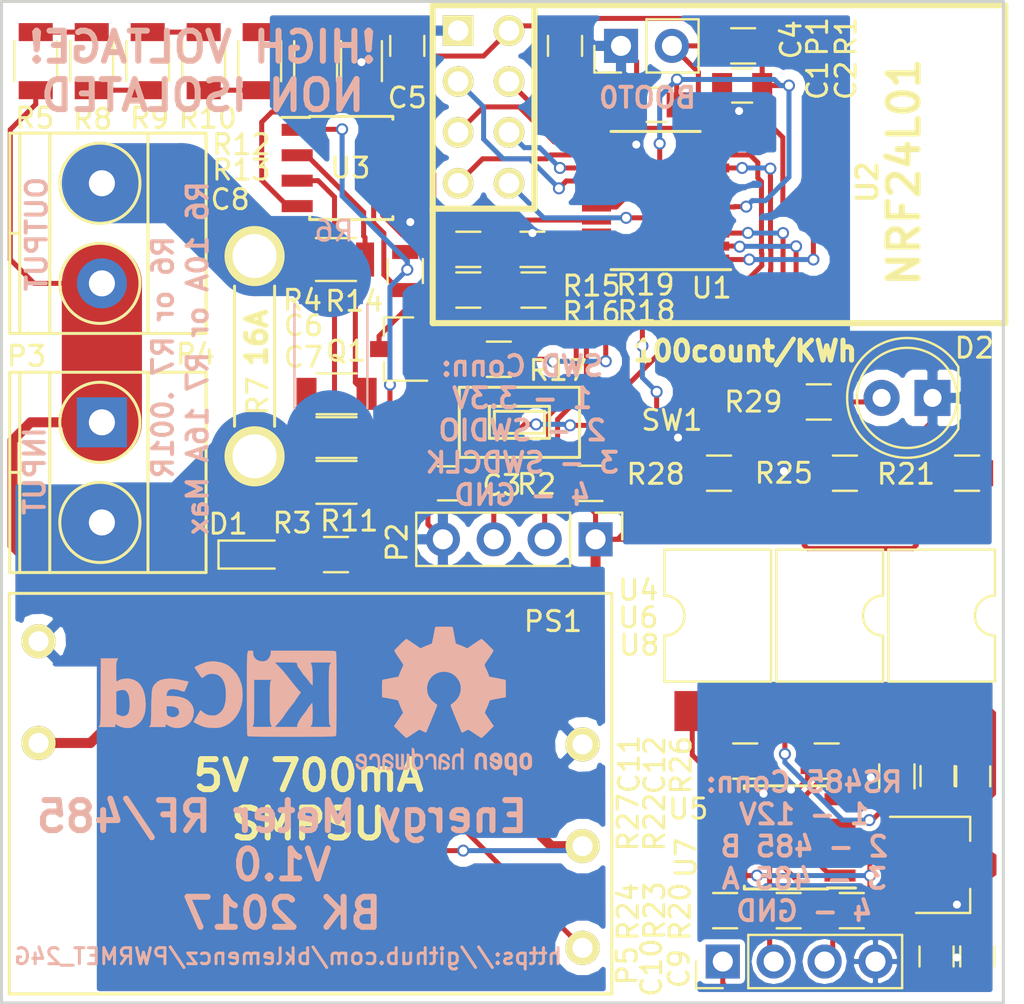
<source format=kicad_pcb>
(kicad_pcb (version 4) (host pcbnew 4.0.2+dfsg1-stable)
  (layers (0 F.Cu signal) (31 B.Cu signal) (34 B.Paste user hide) (35 F.Paste user hide) (36 B.SilkS user) (37 F.SilkS user) (38 B.Mask user) (39 F.Mask user) (44 Edge.Cuts user))
  (net 0 "")
  (net 1 +3V3)
  (net 2 GND)
  (net 3 /STM32_NRF24/NRST)
  (net 4 /HLW8012/V1P)
  (net 5 /HLW8012/V1N)
  (net 6 /HLW8012/V2P)
  (net 7 /RS485_ISOL/12V_ISO)
  (net 8 /RS485_ISOL/GISO)
  (net 9 /RS485_ISOL/A)
  (net 10 "Net-(D1-Pad2)")
  (net 11 /STM32_NRF24/BOOT0)
  (net 12 /STM32_NRF24/SYS_SWDIO)
  (net 13 /STM32_NRF24/SYS_SWCLK)
  (net 14 /HLW8012/Mains_L)
  (net 15 /HLW8012/LD_Back)
  (net 16 /RS485_ISOL/B)
  (net 17 +5V)
  (net 18 "Net-(Q1-Pad1)")
  (net 19 "Net-(Q1-Pad3)")
  (net 20 "Net-(R5-Pad1)")
  (net 21 "Net-(R8-Pad1)")
  (net 22 "Net-(R10-Pad2)")
  (net 23 "Net-(R10-Pad1)")
  (net 24 /HLW8012/CF1)
  (net 25 "Net-(R15-Pad2)")
  (net 26 /HLW8012/CF)
  (net 27 "Net-(R16-Pad2)")
  (net 28 /STM32_NRF24/PW_SEL)
  (net 29 "Net-(R21-Pad1)")
  (net 30 /RS485_ISOL/DE)
  (net 31 /RS485_ISOL/REDE)
  (net 32 "Net-(R25-Pad1)")
  (net 33 /RS485_ISOL/TX)
  (net 34 /RS485_ISOL/DI)
  (net 35 /RS485_ISOL/RO)
  (net 36 "Net-(R27-Pad2)")
  (net 37 /RS485_ISOL/RX)
  (net 38 /STM32_NRF24/RF_IRQ)
  (net 39 /STM32_NRF24/SPI1_NSS)
  (net 40 /STM32_NRF24/SPI1_SCK)
  (net 41 /STM32_NRF24/SPI1_MISO)
  (net 42 /STM32_NRF24/SPI1_MOSI)
  (net 43 /STM32_NRF24/RF_CE)
  (net 44 /RS485_ISOL/PISO)
  (net 45 "Net-(D2-Pad2)")
  (net 46 /STM32_NRF24/PLS_OUT)
  (module Capacitors_SMD:C_0805 (layer F.Cu) (at 107.696 80.1624 180)
    (fp_text reference C1 (at -8.0264 1.2192 270) (layer F.SilkS))
    (fp_text value 1u)
    (pad 1 smd rect (at -1 0 180) (size 1 1.25) (layers F.Cu F.Paste F.Mask) (net 1 +3V3))
    (pad 2 smd rect (at 1 0 180) (size 1 1.25) (layers F.Cu F.Paste F.Mask) (net 2 GND))
  )
  (module Capacitors_SMD:C_0805 (layer F.Cu) (at 111.9632 79.1972 180)
    (fp_text reference C2 (at -5.1816 0.254 270) (layer F.SilkS))
    (fp_text value 100n)
    (pad 1 smd rect (at -1 0 180) (size 1 1.25) (layers F.Cu F.Paste F.Mask) (net 1 +3V3))
    (pad 2 smd rect (at 1 0 180) (size 1 1.25) (layers F.Cu F.Paste F.Mask) (net 2 GND))
  )
  (module Capacitors_SMD:C_0805 (layer F.Cu) (at 97.282 99.06 180)
    (fp_text reference C3 (at -2.6924 -0.1016 180) (layer F.SilkS))
    (fp_text value 100n)
    (pad 1 smd rect (at -1 0 180) (size 1 1.25) (layers F.Cu F.Paste F.Mask) (net 3 /STM32_NRF24/NRST))
    (pad 2 smd rect (at 1 0 180) (size 1 1.25) (layers F.Cu F.Paste F.Mask) (net 2 GND))
  )
  (module Capacitors_SMD:C_0805 (layer F.Cu) (at 103.124 77.216 270)
    (fp_text reference C4 (at -0.3048 -11.2776 450) (layer F.SilkS))
    (fp_text value 1u)
    (pad 1 smd rect (at -1 0 270) (size 1 1.25) (layers F.Cu F.Paste F.Mask) (net 1 +3V3))
    (pad 2 smd rect (at 1 0 270) (size 1 1.25) (layers F.Cu F.Paste F.Mask) (net 2 GND))
  )
  (module Capacitors_SMD:C_0805 (layer F.Cu) (at 95.25 77.216 90)
    (fp_text reference C5 (at -2.5908 0 180) (layer F.SilkS))
    (fp_text value 100n)
    (pad 1 smd rect (at -1 0 90) (size 1 1.25) (layers F.Cu F.Paste F.Mask) (net 1 +3V3))
    (pad 2 smd rect (at 1 0 90) (size 1 1.25) (layers F.Cu F.Paste F.Mask) (net 2 GND))
  )
  (module Capacitors_SMD:C_1206 (layer F.Cu) (at 91.7208 94.5896 180)
    (fp_text reference C6 (at 1.6524 3.4036 180) (layer F.SilkS))
    (fp_text value 100n)
    (pad 1 smd rect (at -1.5 0 180) (size 1 1.6) (layers F.Cu F.Paste F.Mask) (net 4 /HLW8012/V1P))
    (pad 2 smd rect (at 1.5 0 180) (size 1 1.6) (layers F.Cu F.Paste F.Mask) (net 2 GND))
  )
  (module Capacitors_SMD:C_1206 (layer F.Cu) (at 91.718 96.774)
    (fp_text reference C7 (at -1.6496 -4.0132) (layer F.SilkS))
    (fp_text value 100n)
    (pad 1 smd rect (at -1.5 0) (size 1 1.6) (layers F.Cu F.Paste F.Mask) (net 2 GND))
    (pad 2 smd rect (at 1.5 0) (size 1 1.6) (layers F.Cu F.Paste F.Mask) (net 5 /HLW8012/V1N))
  )
  (module Capacitors_SMD:C_1206 (layer F.Cu) (at 92.964 77.978 270)
    (fp_text reference C8 (at 6.9088 6.5532 360) (layer F.SilkS))
    (fp_text value 100n)
    (pad 1 smd rect (at -1.5 0 270) (size 1 1.6) (layers F.Cu F.Paste F.Mask) (net 6 /HLW8012/V2P))
    (pad 2 smd rect (at 1.5 0 270) (size 1 1.6) (layers F.Cu F.Paste F.Mask) (net 2 GND))
  )
  (module Capacitors_SMD:C_0805 (layer F.Cu) (at 123.698 122.682 270)
    (fp_text reference C9 (at 0.6096 14.8844 270) (layer F.SilkS))
    (fp_text value 1u)
    (pad 1 smd rect (at -1 0 270) (size 1 1.25) (layers F.Cu F.Paste F.Mask) (net 7 /RS485_ISOL/12V_ISO))
    (pad 2 smd rect (at 1 0 270) (size 1 1.25) (layers F.Cu F.Paste F.Mask) (net 8 /RS485_ISOL/GISO))
  )
  (module Capacitors_SMD:C_0805 (layer F.Cu) (at 121.666 122.682 270)
    (fp_text reference C10 (at 0.5588 14.224 270) (layer F.SilkS))
    (fp_text value 100n)
    (pad 1 smd rect (at -1 0 270) (size 1 1.25) (layers F.Cu F.Paste F.Mask) (net 7 /RS485_ISOL/12V_ISO))
    (pad 2 smd rect (at 1 0 270) (size 1 1.25) (layers F.Cu F.Paste F.Mask) (net 8 /RS485_ISOL/GISO))
  )
  (module Capacitors_SMD:C_0805 (layer F.Cu) (at 123.4948 113.6904 90)
    (fp_text reference C11 (at 0.6096 -17.1704 270) (layer F.SilkS))
    (fp_text value 1u)
    (pad 1 smd rect (at -1 0 90) (size 1 1.25) (layers F.Cu F.Paste F.Mask) (net 44 /RS485_ISOL/PISO))
    (pad 2 smd rect (at 1 0 90) (size 1 1.25) (layers F.Cu F.Paste F.Mask) (net 8 /RS485_ISOL/GISO))
  )
  (module Capacitors_SMD:C_0805 (layer F.Cu) (at 121.7168 113.6744 90)
    (fp_text reference C12 (at 0.5428 -14.1224 270) (layer F.SilkS))
    (fp_text value 100n)
    (pad 1 smd rect (at -1 0 90) (size 1 1.25) (layers F.Cu F.Paste F.Mask) (net 44 /RS485_ISOL/PISO))
    (pad 2 smd rect (at 1 0 90) (size 1 1.25) (layers F.Cu F.Paste F.Mask) (net 8 /RS485_ISOL/GISO))
  )
  (module LEDs:LED_0805 (layer F.Cu) (at 87.63 102.616)
    (fp_text reference D1 (at -1.3208 -1.524) (layer F.SilkS))
    (fp_text value PWR_LED)
    (pad 2 smd rect (at 1.1 0 180) (size 1.2 1.2) (layers F.Cu F.Paste F.Mask) (net 10 "Net-(D1-Pad2)"))
    (pad 1 smd rect (at -1.1 0 180) (size 1.2 1.2) (layers F.Cu F.Paste F.Mask) (net 2 GND))
  )
  (module Pin_Headers:Pin_Header_Straight_1x02_Pitch2.54mm (layer F.Cu) (at 105.918 77.216 90)
    (fp_text reference P1 (at 0.4572 9.8044 90) (layer F.SilkS))
    (fp_text value CONN_BOOT)
    (pad 1 thru_hole rect (at 0 0 90) (size 1.7 1.7) (drill 1) (layers *.Cu *.Mask) (net 2 GND))
    (pad 2 thru_hole oval (at 0 2.54 90) (size 1.7 1.7) (drill 1) (layers *.Cu *.Mask) (net 11 /STM32_NRF24/BOOT0))
  )
  (module Pin_Headers:Pin_Header_Straight_1x04_Pitch2.54mm (layer F.Cu) (at 104.648 101.854 270)
    (fp_text reference P2 (at 0.1524 9.906 450) (layer F.SilkS))
    (fp_text value CONN_SWD)
    (pad 1 thru_hole rect (at 0 0 270) (size 1.7 1.7) (drill 1) (layers *.Cu *.Mask) (net 1 +3V3))
    (pad 2 thru_hole oval (at 0 2.54 270) (size 1.7 1.7) (drill 1) (layers *.Cu *.Mask) (net 12 /STM32_NRF24/SYS_SWDIO))
    (pad 3 thru_hole oval (at 0 5.08 270) (size 1.7 1.7) (drill 1) (layers *.Cu *.Mask) (net 13 /STM32_NRF24/SYS_SWCLK))
    (pad 4 thru_hole oval (at 0 7.62 270) (size 1.7 1.7) (drill 1) (layers *.Cu *.Mask) (net 2 GND))
  )
  (module Terminal_Blocks:TerminalBlock_Pheonix_MKDS1.5-2pol (layer F.Cu) (at 80.01 96.012 270)
    (fp_text reference P3 (at -3.302 3.7592 360) (layer F.SilkS))
    (fp_text value IN)
    (pad 1 thru_hole rect (at 0 0 270) (size 2.5 2.5) (drill 1.3) (layers *.Cu *.Mask) (net 14 /HLW8012/Mains_L))
    (pad 2 thru_hole circle (at 5 0 270) (size 2.5 2.5) (drill 1.3) (layers *.Cu *.Mask) (net 2 GND))
  )
  (module Terminal_Blocks:TerminalBlock_Pheonix_MKDS1.5-2pol (layer F.Cu) (at 80.01 84.074 270)
    (fp_text reference P4 (at 8.5344 -4.6736 540) (layer F.SilkS))
    (fp_text value OUT)
    (pad 1 thru_hole rect (at 0 0 270) (size 2.5 2.5) (drill 1.3) (layers *.Cu *.Mask) (net 15 /HLW8012/LD_Back))
    (pad 2 thru_hole circle (at 5 0 270) (size 2.5 2.5) (drill 1.3) (layers *.Cu *.Mask) (net 14 /HLW8012/Mains_L))
  )
  (module Pin_Headers:Pin_Header_Straight_1x04_Pitch2.54mm (layer F.Cu) (at 110.998 122.936 90)
    (fp_text reference P5 (at -0.2032 -4.7752 90) (layer F.SilkS))
    (fp_text value CONN_01X04)
    (pad 1 thru_hole rect (at 0 0 90) (size 1.7 1.7) (drill 1) (layers *.Cu *.Mask) (net 7 /RS485_ISOL/12V_ISO))
    (pad 2 thru_hole oval (at 0 2.54 90) (size 1.7 1.7) (drill 1) (layers *.Cu *.Mask) (net 16 /RS485_ISOL/B))
    (pad 3 thru_hole oval (at 0 5.08 90) (size 1.7 1.7) (drill 1) (layers *.Cu *.Mask) (net 9 /RS485_ISOL/A))
    (pad 4 thru_hole oval (at 0 7.62 90) (size 1.7 1.7) (drill 1) (layers *.Cu *.Mask) (net 8 /RS485_ISOL/GISO))
  )
  (module BK_Common:SWPSU_5V_700mA (layer F.Cu) (at 90.424 114.554 180)
    (fp_text reference PS1 (at -12.1 8.6 180) (layer F.SilkS))
    (fp_text value PSU_5V700mA)
    (pad 3 thru_hole circle (at -13.575 -7.7 180) (size 1.7 1.7) (drill 1) (layers *.Cu *.Mask F.SilkS) (net 17 +5V))
    (pad 4 thru_hole circle (at -13.575 -2.62 180) (size 1.7 1.7) (drill 1) (layers *.Cu *.Mask F.SilkS) (net 1 +3V3))
    (pad 5 thru_hole circle (at -13.575 2.46 180) (size 1.7 1.7) (drill 1) (layers *.Cu *.Mask F.SilkS) (net 2 GND))
    (pad 1 thru_hole circle (at 13.575 2.53 180) (size 1.7 1.7) (drill 1) (layers *.Cu *.Mask F.SilkS) (net 14 /HLW8012/Mains_L))
    (pad 2 thru_hole circle (at 13.575 7.61 180) (size 1.7 1.7) (drill 1) (layers *.Cu *.Mask F.SilkS) (net 2 GND))
  )
  (module TO_SOT_Packages_SMD:SOT-23 (layer F.Cu) (at 94.8436 92.3544 180)
    (fp_text reference Q1 (at 2.6416 -0.1016 180) (layer F.SilkS))
    (fp_text value 2N7002)
    (pad 1 smd rect (at -1 -0.95 180) (size 0.9 0.8) (layers F.Cu F.Paste F.Mask) (net 18 "Net-(Q1-Pad1)"))
    (pad 2 smd rect (at -1 0.95 180) (size 0.9 0.8) (layers F.Cu F.Paste F.Mask) (net 2 GND))
    (pad 3 smd rect (at 1 0 180) (size 0.9 0.8) (layers F.Cu F.Paste F.Mask) (net 19 "Net-(Q1-Pad3)"))
  )
  (module Resistors_SMD:R_0805 (layer F.Cu) (at 112.014 77.216 180)
    (fp_text reference R1 (at -5.1308 0.4572 270) (layer F.SilkS))
    (fp_text value 1K)
    (pad 1 smd rect (at -0.95 0 180) (size 0.7 1.3) (layers F.Cu F.Paste F.Mask) (net 1 +3V3))
    (pad 2 smd rect (at 0.95 0 180) (size 0.7 1.3) (layers F.Cu F.Paste F.Mask) (net 11 /STM32_NRF24/BOOT0))
  )
  (module Resistors_SMD:R_0805 (layer F.Cu) (at 104.394 99.06)
    (fp_text reference R2 (at -2.6924 0.0508) (layer F.SilkS))
    (fp_text value 1K)
    (pad 1 smd rect (at -0.95 0) (size 0.7 1.3) (layers F.Cu F.Paste F.Mask) (net 1 +3V3))
    (pad 2 smd rect (at 0.95 0) (size 0.7 1.3) (layers F.Cu F.Paste F.Mask) (net 3 /STM32_NRF24/NRST))
  )
  (module Resistors_SMD:R_0805 (layer F.Cu) (at 91.694 102.616 180)
    (fp_text reference R3 (at 2.1844 1.5748 180) (layer F.SilkS))
    (fp_text value 1K)
    (pad 1 smd rect (at -0.95 0 180) (size 0.7 1.3) (layers F.Cu F.Paste F.Mask) (net 1 +3V3))
    (pad 2 smd rect (at 0.95 0 180) (size 0.7 1.3) (layers F.Cu F.Paste F.Mask) (net 10 "Net-(D1-Pad2)"))
  )
  (module Resistors_SMD:R_1206 (layer F.Cu) (at 91.694 87.884 180)
    (fp_text reference R4 (at 1.6764 -2.032 180) (layer F.SilkS))
    (fp_text value 1K)
    (pad 1 smd rect (at -1.45 0 180) (size 0.9 1.7) (layers F.Cu F.Paste F.Mask) (net 4 /HLW8012/V1P))
    (pad 2 smd rect (at 1.45 0 180) (size 0.9 1.7) (layers F.Cu F.Paste F.Mask) (net 15 /HLW8012/LD_Back))
  )
  (module Resistors_SMD:R_1206 (layer F.Cu) (at 76.708 77.978 270)
    (fp_text reference R5 (at 2.8448 0.0508 360) (layer F.SilkS))
    (fp_text value 470K)
    (pad 1 smd rect (at -1.45 0 270) (size 0.9 1.7) (layers F.Cu F.Paste F.Mask) (net 20 "Net-(R5-Pad1)"))
    (pad 2 smd rect (at 1.45 0 270) (size 0.9 1.7) (layers F.Cu F.Paste F.Mask) (net 14 /HLW8012/Mains_L))
  )
  (module Resistors_SMD:R_2512_HandSoldering (layer B.Cu) (at 91.44 92.71 270)
    (fp_text reference R6 (at -6.2484 -0.1524 360) (layer B.SilkS) (effects (justify mirror)))
    (fp_text value 0.001R)
    (pad 1 smd rect (at -3.95 0 270) (size 2.7 3.2) (layers B.Cu B.Paste B.Mask) (net 15 /HLW8012/LD_Back))
    (pad 2 smd rect (at 3.95 0 270) (size 2.7 3.2) (layers B.Cu B.Paste B.Mask) (net 2 GND))
  )
  (module BK_Common:Shunt_l10mm_d2mm (layer F.Cu) (at 87.63 92.71 270)
    (fp_text reference R7 (at 1.9812 -0.1524 270) (layer F.SilkS))
    (fp_text value 0.001R)
    (pad 1 thru_hole circle (at -5 0 270) (size 3 3) (drill 2.2) (layers *.Cu *.Mask F.SilkS) (net 15 /HLW8012/LD_Back))
    (pad 2 thru_hole circle (at 5 0 270) (size 3 3) (drill 2.2) (layers *.Cu *.Mask F.SilkS) (net 2 GND))
  )
  (module Resistors_SMD:R_1206 (layer F.Cu) (at 79.502 77.978 90)
    (fp_text reference R8 (at -2.8956 0.0508 180) (layer F.SilkS))
    (fp_text value 470K)
    (pad 1 smd rect (at -1.45 0 90) (size 0.9 1.7) (layers F.Cu F.Paste F.Mask) (net 21 "Net-(R8-Pad1)"))
    (pad 2 smd rect (at 1.45 0 90) (size 0.9 1.7) (layers F.Cu F.Paste F.Mask) (net 20 "Net-(R5-Pad1)"))
  )
  (module Resistors_SMD:R_1206 (layer F.Cu) (at 82.296 77.978 270)
    (fp_text reference R9 (at 2.8448 -0.1016 360) (layer F.SilkS))
    (fp_text value 470K)
    (pad 1 smd rect (at -1.45 0 270) (size 0.9 1.7) (layers F.Cu F.Paste F.Mask) (net 22 "Net-(R10-Pad2)"))
    (pad 2 smd rect (at 1.45 0 270) (size 0.9 1.7) (layers F.Cu F.Paste F.Mask) (net 21 "Net-(R8-Pad1)"))
  )
  (module Resistors_SMD:R_1206 (layer F.Cu) (at 85.09 77.978 90)
    (fp_text reference R10 (at -2.8448 0.2032 180) (layer F.SilkS))
    (fp_text value 470K)
    (pad 1 smd rect (at -1.45 0 90) (size 0.9 1.7) (layers F.Cu F.Paste F.Mask) (net 23 "Net-(R10-Pad1)"))
    (pad 2 smd rect (at 1.45 0 90) (size 0.9 1.7) (layers F.Cu F.Paste F.Mask) (net 22 "Net-(R10-Pad2)"))
  )
  (module Resistors_SMD:R_1206 (layer F.Cu) (at 91.7172 99.0092 180)
    (fp_text reference R11 (at -0.6372 -1.9304 180) (layer F.SilkS))
    (fp_text value 1K)
    (pad 1 smd rect (at -1.45 0 180) (size 0.9 1.7) (layers F.Cu F.Paste F.Mask) (net 5 /HLW8012/V1N))
    (pad 2 smd rect (at 1.45 0 180) (size 0.9 1.7) (layers F.Cu F.Paste F.Mask) (net 2 GND))
  )
  (module Resistors_SMD:R_1206 (layer F.Cu) (at 87.884 77.978 270)
    (fp_text reference R12 (at 4.1656 0.9144 360) (layer F.SilkS))
    (fp_text value 470K)
    (pad 1 smd rect (at -1.45 0 270) (size 0.9 1.7) (layers F.Cu F.Paste F.Mask) (net 6 /HLW8012/V2P))
    (pad 2 smd rect (at 1.45 0 270) (size 0.9 1.7) (layers F.Cu F.Paste F.Mask) (net 23 "Net-(R10-Pad1)"))
  )
  (module Resistors_SMD:R_1206 (layer F.Cu) (at 90.678 77.978 90)
    (fp_text reference R13 (at -5.4356 -3.7084 180) (layer F.SilkS))
    (fp_text value 1K)
    (pad 1 smd rect (at -1.45 0 90) (size 0.9 1.7) (layers F.Cu F.Paste F.Mask) (net 2 GND))
    (pad 2 smd rect (at 1.45 0 90) (size 0.9 1.7) (layers F.Cu F.Paste F.Mask) (net 6 /HLW8012/V2P))
  )
  (module Resistors_SMD:R_0805 (layer F.Cu) (at 95.1484 88.458 90)
    (fp_text reference R14 (at -1.5088 -2.54 180) (layer F.SilkS))
    (fp_text value 10K)
    (pad 1 smd rect (at -0.95 0 90) (size 0.7 1.3) (layers F.Cu F.Paste F.Mask) (net 19 "Net-(Q1-Pad3)"))
    (pad 2 smd rect (at 0.95 0 90) (size 0.7 1.3) (layers F.Cu F.Paste F.Mask) (net 17 +5V))
  )
  (module Resistors_SMD:R_0805 (layer F.Cu) (at 98.298 87.376 180)
    (fp_text reference R15 (at -6.1468 -1.8288 180) (layer F.SilkS))
    (fp_text value 10K)
    (pad 1 smd rect (at -0.95 0 180) (size 0.7 1.3) (layers F.Cu F.Paste F.Mask) (net 24 /HLW8012/CF1))
    (pad 2 smd rect (at 0.95 0 180) (size 0.7 1.3) (layers F.Cu F.Paste F.Mask) (net 25 "Net-(R15-Pad2)"))
  )
  (module Resistors_SMD:R_0805 (layer F.Cu) (at 98.298 89.408 180)
    (fp_text reference R16 (at -6.1468 -1.1176 180) (layer F.SilkS))
    (fp_text value 10K)
    (pad 1 smd rect (at -0.95 0 180) (size 0.7 1.3) (layers F.Cu F.Paste F.Mask) (net 26 /HLW8012/CF))
    (pad 2 smd rect (at 0.95 0 180) (size 0.7 1.3) (layers F.Cu F.Paste F.Mask) (net 27 "Net-(R16-Pad2)"))
  )
  (module Resistors_SMD:R_0805 (layer F.Cu) (at 99.822 92.8624 180)
    (fp_text reference R17 (at -2.9464 -0.5588 180) (layer F.SilkS))
    (fp_text value 22R)
    (pad 1 smd rect (at -0.95 0 180) (size 0.7 1.3) (layers F.Cu F.Paste F.Mask) (net 28 /STM32_NRF24/PW_SEL))
    (pad 2 smd rect (at 0.95 0 180) (size 0.7 1.3) (layers F.Cu F.Paste F.Mask) (net 18 "Net-(Q1-Pad1)"))
  )
  (module Resistors_SMD:R_0805 (layer F.Cu) (at 101.5492 89.408 180)
    (fp_text reference R18 (at -5.6388 -1.0668 180) (layer F.SilkS))
    (fp_text value 15K)
    (pad 1 smd rect (at -0.95 0 180) (size 0.7 1.3) (layers F.Cu F.Paste F.Mask) (net 2 GND))
    (pad 2 smd rect (at 0.95 0 180) (size 0.7 1.3) (layers F.Cu F.Paste F.Mask) (net 26 /HLW8012/CF))
  )
  (module Resistors_SMD:R_0805 (layer F.Cu) (at 101.4984 87.376 180)
    (fp_text reference R19 (at -5.6388 -1.778 180) (layer F.SilkS))
    (fp_text value 15K)
    (pad 1 smd rect (at -0.95 0 180) (size 0.7 1.3) (layers F.Cu F.Paste F.Mask) (net 2 GND))
    (pad 2 smd rect (at 0.95 0 180) (size 0.7 1.3) (layers F.Cu F.Paste F.Mask) (net 24 /HLW8012/CF1))
  )
  (module Resistors_SMD:R_0805 (layer F.Cu) (at 117.4344 120.396)
    (fp_text reference R20 (at -8.57 0.0508 90) (layer F.SilkS))
    (fp_text value 20K)
    (pad 1 smd rect (at -0.95 0) (size 0.7 1.3) (layers F.Cu F.Paste F.Mask) (net 9 /RS485_ISOL/A))
    (pad 2 smd rect (at 0.95 0) (size 0.7 1.3) (layers F.Cu F.Paste F.Mask) (net 44 /RS485_ISOL/PISO))
  )
  (module Resistors_SMD:R_0805 (layer F.Cu) (at 123.19 98.552 180)
    (fp_text reference R21 (at 3.048 -0.0508 180) (layer F.SilkS))
    (fp_text value 150)
    (pad 1 smd rect (at -0.95 0 180) (size 0.7 1.3) (layers F.Cu F.Paste F.Mask) (net 29 "Net-(R21-Pad1)"))
    (pad 2 smd rect (at 0.95 0 180) (size 0.7 1.3) (layers F.Cu F.Paste F.Mask) (net 30 /RS485_ISOL/DE))
  )
  (module Resistors_SMD:R_0805 (layer F.Cu) (at 116.1796 112.9284)
    (fp_text reference R22 (at -8.5852 3.048 90) (layer F.SilkS))
    (fp_text value 150)
    (pad 1 smd rect (at -0.95 0) (size 0.7 1.3) (layers F.Cu F.Paste F.Mask) (net 8 /RS485_ISOL/GISO))
    (pad 2 smd rect (at 0.95 0) (size 0.7 1.3) (layers F.Cu F.Paste F.Mask) (net 31 /RS485_ISOL/REDE))
  )
  (module Resistors_SMD:R_0805 (layer F.Cu) (at 114.2848 120.396)
    (fp_text reference R23 (at -6.6904 0 90) (layer F.SilkS))
    (fp_text value 120)
    (pad 1 smd rect (at -0.95 0) (size 0.7 1.3) (layers F.Cu F.Paste F.Mask) (net 16 /RS485_ISOL/B))
    (pad 2 smd rect (at 0.95 0) (size 0.7 1.3) (layers F.Cu F.Paste F.Mask) (net 9 /RS485_ISOL/A))
  )
  (module Resistors_SMD:R_0805 (layer F.Cu) (at 111.1148 120.396)
    (fp_text reference R24 (at -4.8412 0.0508 90) (layer F.SilkS))
    (fp_text value 20K)
    (pad 1 smd rect (at -0.95 0) (size 0.7 1.3) (layers F.Cu F.Paste F.Mask) (net 8 /RS485_ISOL/GISO))
    (pad 2 smd rect (at 0.95 0) (size 0.7 1.3) (layers F.Cu F.Paste F.Mask) (net 16 /RS485_ISOL/B))
  )
  (module Resistors_SMD:R_0805 (layer F.Cu) (at 117.094 98.552 180)
    (fp_text reference R25 (at 3.048 0 180) (layer F.SilkS))
    (fp_text value 150)
    (pad 1 smd rect (at -0.95 0 180) (size 0.7 1.3) (layers F.Cu F.Paste F.Mask) (net 32 "Net-(R25-Pad1)"))
    (pad 2 smd rect (at 0.95 0 180) (size 0.7 1.3) (layers F.Cu F.Paste F.Mask) (net 33 /RS485_ISOL/TX))
  )
  (module Resistors_SMD:R_0805 (layer F.Cu) (at 119.6848 113.6904 270)
    (fp_text reference R26 (at -0.5588 10.7696 450) (layer F.SilkS))
    (fp_text value 150)
    (pad 1 smd rect (at -0.95 0 270) (size 0.7 1.3) (layers F.Cu F.Paste F.Mask) (net 8 /RS485_ISOL/GISO))
    (pad 2 smd rect (at 0.95 0 270) (size 0.7 1.3) (layers F.Cu F.Paste F.Mask) (net 34 /RS485_ISOL/DI))
  )
  (module Resistors_SMD:R_0805 (layer F.Cu) (at 112.1156 112.9284 180)
    (fp_text reference R27 (at 5.842 -3.048 270) (layer F.SilkS))
    (fp_text value 200)
    (pad 1 smd rect (at -0.95 0 180) (size 0.7 1.3) (layers F.Cu F.Paste F.Mask) (net 35 /RS485_ISOL/RO))
    (pad 2 smd rect (at 0.95 0 180) (size 0.7 1.3) (layers F.Cu F.Paste F.Mask) (net 36 "Net-(R27-Pad2)"))
  )
  (module Resistors_SMD:R_0805 (layer F.Cu) (at 110.81 98.552)
    (fp_text reference R28 (at -3.1648 0.0508) (layer F.SilkS))
    (fp_text value 150)
    (pad 1 smd rect (at -0.95 0) (size 0.7 1.3) (layers F.Cu F.Paste F.Mask) (net 2 GND))
    (pad 2 smd rect (at 0.95 0) (size 0.7 1.3) (layers F.Cu F.Paste F.Mask) (net 37 /RS485_ISOL/RX))
  )
  (module BK_Common:SW_SPST_TACT_SMD_3X6 (layer F.Cu) (at 100.838 96.012)
    (fp_text reference SW1 (at 7.62 -0.1016 180) (layer F.SilkS))
    (fp_text value SW_RST)
    (pad 1 smd rect (at -4.60243 -0.00232) (size 2.18 1.6) (layers F.Cu F.Paste F.Mask) (net 2 GND))
    (pad 2 smd rect (at 4.60243 0.00232) (size 2.18 1.6) (layers F.Cu F.Paste F.Mask) (net 3 /STM32_NRF24/NRST))
  )
  (module Housings_SSOP:TSSOP-20_4.4x6.5mm_Pitch0.65mm (layer F.Cu) (at 107.6452 84.9376 180)
    (fp_text reference U1 (at -2.794 -4.3688 180) (layer F.SilkS))
    (fp_text value STM32F030F4Px)
    (pad 1 smd rect (at -2.95 -2.925 180) (size 1.45 0.45) (layers F.Cu F.Paste F.Mask) (net 11 /STM32_NRF24/BOOT0))
    (pad 2 smd rect (at -2.95 -2.275 180) (size 1.45 0.45) (layers F.Cu F.Paste F.Mask) (net 30 /RS485_ISOL/DE))
    (pad 3 smd rect (at -2.95 -1.625 180) (size 1.45 0.45) (layers F.Cu F.Paste F.Mask) (net 46 /STM32_NRF24/PLS_OUT))
    (pad 4 smd rect (at -2.95 -0.975 180) (size 1.45 0.45) (layers F.Cu F.Paste F.Mask) (net 3 /STM32_NRF24/NRST))
    (pad 5 smd rect (at -2.95 -0.325 180) (size 1.45 0.45) (layers F.Cu F.Paste F.Mask) (net 1 +3V3))
    (pad 6 smd rect (at -2.95 0.325 180) (size 1.45 0.45) (layers F.Cu F.Paste F.Mask) (net 28 /STM32_NRF24/PW_SEL))
    (pad 7 smd rect (at -2.95 0.975 180) (size 1.45 0.45) (layers F.Cu F.Paste F.Mask) (net 38 /STM32_NRF24/RF_IRQ))
    (pad 8 smd rect (at -2.95 1.625 180) (size 1.45 0.45) (layers F.Cu F.Paste F.Mask) (net 33 /RS485_ISOL/TX))
    (pad 9 smd rect (at -2.95 2.275 180) (size 1.45 0.45) (layers F.Cu F.Paste F.Mask) (net 37 /RS485_ISOL/RX))
    (pad 10 smd rect (at -2.95 2.925 180) (size 1.45 0.45) (layers F.Cu F.Paste F.Mask) (net 39 /STM32_NRF24/SPI1_NSS))
    (pad 11 smd rect (at 2.95 2.925 180) (size 1.45 0.45) (layers F.Cu F.Paste F.Mask) (net 40 /STM32_NRF24/SPI1_SCK))
    (pad 12 smd rect (at 2.95 2.275 180) (size 1.45 0.45) (layers F.Cu F.Paste F.Mask) (net 41 /STM32_NRF24/SPI1_MISO))
    (pad 13 smd rect (at 2.95 1.625 180) (size 1.45 0.45) (layers F.Cu F.Paste F.Mask) (net 42 /STM32_NRF24/SPI1_MOSI))
    (pad 14 smd rect (at 2.95 0.975 180) (size 1.45 0.45) (layers F.Cu F.Paste F.Mask) (net 43 /STM32_NRF24/RF_CE))
    (pad 15 smd rect (at 2.95 0.325 180) (size 1.45 0.45) (layers F.Cu F.Paste F.Mask) (net 2 GND))
    (pad 16 smd rect (at 2.95 -0.325 180) (size 1.45 0.45) (layers F.Cu F.Paste F.Mask) (net 1 +3V3))
    (pad 17 smd rect (at 2.95 -0.975 180) (size 1.45 0.45) (layers F.Cu F.Paste F.Mask) (net 26 /HLW8012/CF))
    (pad 18 smd rect (at 2.95 -1.625 180) (size 1.45 0.45) (layers F.Cu F.Paste F.Mask) (net 24 /HLW8012/CF1))
    (pad 19 smd rect (at 2.95 -2.275 180) (size 1.45 0.45) (layers F.Cu F.Paste F.Mask) (net 12 /STM32_NRF24/SYS_SWDIO))
    (pad 20 smd rect (at 2.95 -2.925 180) (size 1.45 0.45) (layers F.Cu F.Paste F.Mask) (net 13 /STM32_NRF24/SYS_SWCLK))
  )
  (module BK_Common:NRF24L01_MODULE (layer F.Cu) (at 99.06 80.264 270)
    (fp_text reference U2 (at 3.7592 -19.1516 450) (layer F.SilkS) (effects (font (size 1.016 1.016) (thickness 0.2032))))
    (fp_text value nRF24L01_MODULE hide)
    (pad 1 thru_hole rect (at -3.81 1.27 270) (size 1.524 1.524) (drill 1.016) (layers *.Cu *.Mask F.SilkS) (net 2 GND))
    (pad 2 thru_hole circle (at -3.81 -1.27 270) (size 1.524 1.524) (drill 1.016) (layers *.Cu *.Mask F.SilkS) (net 1 +3V3))
    (pad 3 thru_hole circle (at -1.27 1.27 270) (size 1.524 1.524) (drill 1.016) (layers *.Cu *.Mask F.SilkS) (net 43 /STM32_NRF24/RF_CE))
    (pad 4 thru_hole circle (at -1.27 -1.27 270) (size 1.524 1.524) (drill 1.016) (layers *.Cu *.Mask F.SilkS) (net 39 /STM32_NRF24/SPI1_NSS))
    (pad 5 thru_hole circle (at 1.27 1.27 270) (size 1.524 1.524) (drill 1.016) (layers *.Cu *.Mask F.SilkS) (net 40 /STM32_NRF24/SPI1_SCK))
    (pad 6 thru_hole circle (at 1.27 -1.27 270) (size 1.524 1.524) (drill 1.016) (layers *.Cu *.Mask F.SilkS) (net 42 /STM32_NRF24/SPI1_MOSI))
    (pad 7 thru_hole circle (at 3.81 1.27 270) (size 1.524 1.524) (drill 1.016) (layers *.Cu *.Mask F.SilkS) (net 41 /STM32_NRF24/SPI1_MISO))
    (pad 8 thru_hole circle (at 3.81 -1.27 270) (size 1.524 1.524) (drill 1.016) (layers *.Cu *.Mask F.SilkS) (net 38 /STM32_NRF24/RF_IRQ))
  )
  (module Housings_SOIC:SOIC-8_3.9x4.9mm_Pitch1.27mm (layer F.Cu) (at 92.456 83.312)
    (fp_text reference U3 (at -0.0508 0) (layer F.SilkS))
    (fp_text value HLW8012)
    (pad 1 smd rect (at -2.7 -1.905) (size 1.55 0.6) (layers F.Cu F.Paste F.Mask) (net 17 +5V))
    (pad 2 smd rect (at -2.7 -0.635) (size 1.55 0.6) (layers F.Cu F.Paste F.Mask) (net 4 /HLW8012/V1P))
    (pad 3 smd rect (at -2.7 0.635) (size 1.55 0.6) (layers F.Cu F.Paste F.Mask) (net 5 /HLW8012/V1N))
    (pad 4 smd rect (at -2.7 1.905) (size 1.55 0.6) (layers F.Cu F.Paste F.Mask) (net 6 /HLW8012/V2P))
    (pad 5 smd rect (at 2.7 1.905) (size 1.55 0.6) (layers F.Cu F.Paste F.Mask) (net 2 GND))
    (pad 6 smd rect (at 2.7 0.635) (size 1.55 0.6) (layers F.Cu F.Paste F.Mask) (net 27 "Net-(R16-Pad2)"))
    (pad 7 smd rect (at 2.7 -0.635) (size 1.55 0.6) (layers F.Cu F.Paste F.Mask) (net 25 "Net-(R15-Pad2)"))
    (pad 8 smd rect (at 2.7 -1.905) (size 1.55 0.6) (layers F.Cu F.Paste F.Mask) (net 19 "Net-(Q1-Pad3)"))
  )
  (module Housings_DIP:DIP-4_W9.53mm_SMD (layer F.Cu) (at 121.92 105.664 270)
    (fp_text reference U4 (at -1.27 15.1384 360) (layer F.SilkS))
    (fp_text value PC817)
    (pad 1 smd rect (at -4.765 -1.27 270) (size 2 1.78) (layers F.Cu F.Paste F.Mask) (net 29 "Net-(R21-Pad1)"))
    (pad 3 smd rect (at 4.765 1.27 270) (size 2 1.78) (layers F.Cu F.Paste F.Mask) (net 31 /RS485_ISOL/REDE))
    (pad 2 smd rect (at -4.765 1.27 270) (size 2 1.78) (layers F.Cu F.Paste F.Mask) (net 2 GND))
    (pad 4 smd rect (at 4.765 -1.27 270) (size 2 1.78) (layers F.Cu F.Paste F.Mask) (net 44 /RS485_ISOL/PISO))
  )
  (module Housings_SOIC:SOIC-8_3.9x4.9mm_Pitch1.27mm (layer F.Cu) (at 114.1476 116.7384 180)
    (fp_text reference U5 (at 4.8768 1.4224 360) (layer F.SilkS))
    (fp_text value MAX485)
    (pad 1 smd rect (at -2.7 -1.905 180) (size 1.55 0.6) (layers F.Cu F.Paste F.Mask) (net 35 /RS485_ISOL/RO))
    (pad 2 smd rect (at -2.7 -0.635 180) (size 1.55 0.6) (layers F.Cu F.Paste F.Mask) (net 31 /RS485_ISOL/REDE))
    (pad 3 smd rect (at -2.7 0.635 180) (size 1.55 0.6) (layers F.Cu F.Paste F.Mask) (net 31 /RS485_ISOL/REDE))
    (pad 4 smd rect (at -2.7 1.905 180) (size 1.55 0.6) (layers F.Cu F.Paste F.Mask) (net 34 /RS485_ISOL/DI))
    (pad 5 smd rect (at 2.7 1.905 180) (size 1.55 0.6) (layers F.Cu F.Paste F.Mask) (net 8 /RS485_ISOL/GISO))
    (pad 6 smd rect (at 2.7 0.635 180) (size 1.55 0.6) (layers F.Cu F.Paste F.Mask) (net 9 /RS485_ISOL/A))
    (pad 7 smd rect (at 2.7 -0.635 180) (size 1.55 0.6) (layers F.Cu F.Paste F.Mask) (net 16 /RS485_ISOL/B))
    (pad 8 smd rect (at 2.7 -1.905 180) (size 1.55 0.6) (layers F.Cu F.Paste F.Mask) (net 44 /RS485_ISOL/PISO))
  )
  (module Housings_DIP:DIP-4_W9.53mm_SMD (layer F.Cu) (at 116.332 105.664 270)
    (fp_text reference U6 (at 0.1016 9.5504 360) (layer F.SilkS))
    (fp_text value PC817)
    (pad 1 smd rect (at -4.765 -1.27 270) (size 2 1.78) (layers F.Cu F.Paste F.Mask) (net 32 "Net-(R25-Pad1)"))
    (pad 3 smd rect (at 4.765 1.27 270) (size 2 1.78) (layers F.Cu F.Paste F.Mask) (net 34 /RS485_ISOL/DI))
    (pad 2 smd rect (at -4.765 1.27 270) (size 2 1.78) (layers F.Cu F.Paste F.Mask) (net 2 GND))
    (pad 4 smd rect (at 4.765 -1.27 270) (size 2 1.78) (layers F.Cu F.Paste F.Mask) (net 44 /RS485_ISOL/PISO))
  )
  (module Housings_DIP:DIP-4_W9.53mm_SMD (layer F.Cu) (at 110.744 105.664 90)
    (fp_text reference U8 (at -1.4732 -3.9116 180) (layer F.SilkS))
    (fp_text value PC817)
    (pad 1 smd rect (at -4.765 -1.27 90) (size 2 1.78) (layers F.Cu F.Paste F.Mask) (net 36 "Net-(R27-Pad2)"))
    (pad 3 smd rect (at 4.765 1.27 90) (size 2 1.78) (layers F.Cu F.Paste F.Mask) (net 37 /RS485_ISOL/RX))
    (pad 2 smd rect (at -4.765 1.27 90) (size 2 1.78) (layers F.Cu F.Paste F.Mask) (net 8 /RS485_ISOL/GISO))
    (pad 4 smd rect (at 4.765 -1.27 90) (size 2 1.78) (layers F.Cu F.Paste F.Mask) (net 1 +3V3))
  )
  (module TO_SOT_Packages_SMD:SOT-89-3 (layer F.Cu) (at 121.5644 118.11)
    (fp_text reference U7 (at -12.3952 -0.3556 90) (layer F.SilkS))
    (fp_text value MC78L05ACH)
    (pad 2 smd trapezoid (at 2.667 0 270) (size 1.6 0.85) (rect_delta 0 0.6) (layers F.Cu F.Paste F.Mask) (net 8 /RS485_ISOL/GISO))
    (pad 1 smd rect (at -1.48 -1.5 270) (size 1 1.5) (layers F.Cu F.Paste F.Mask) (net 44 /RS485_ISOL/PISO))
    (pad 2 smd rect (at -1.3335 0 270) (size 1 1.8) (layers F.Cu F.Paste F.Mask) (net 8 /RS485_ISOL/GISO))
    (pad 3 smd rect (at -1.48 1.5 270) (size 1 1.5) (layers F.Cu F.Paste F.Mask) (net 7 /RS485_ISOL/12V_ISO))
    (pad 2 smd rect (at 1.3335 0 270) (size 2.2 1.84) (layers F.Cu F.Paste F.Mask) (net 8 /RS485_ISOL/GISO))
    (pad 2 smd trapezoid (at -0.0762 0 90) (size 1.5 1) (rect_delta 0 0.7) (layers F.Cu F.Paste F.Mask) (net 8 /RS485_ISOL/GISO))
  )
  (module Resistors_SMD:R_0805 (layer F.Cu) (at 115.7884 94.996)
    (fp_text reference R29 (at -3.2664 0) (layer F.SilkS))
    (fp_text value 1K)
    (pad 1 smd rect (at -0.95 0) (size 0.7 1.3) (layers F.Cu F.Paste F.Mask) (net 46 /STM32_NRF24/PLS_OUT))
    (pad 2 smd rect (at 0.95 0) (size 0.7 1.3) (layers F.Cu F.Paste F.Mask) (net 45 "Net-(D2-Pad2)"))
  )
  (module LEDs:LED_D5.0mm (layer F.Cu) (at 121.4628 94.7928 180)
    (fp_text reference D2 (at -2.0828 2.4892 180) (layer F.SilkS))
    (fp_text value PLS_LED)
    (pad 1 thru_hole rect (at 0 0 180) (size 1.8 1.8) (drill 0.9) (layers *.Cu *.Mask) (net 2 GND))
    (pad 2 thru_hole circle (at 2.54 0 180) (size 1.8 1.8) (drill 0.9) (layers *.Cu *.Mask) (net 45 "Net-(D2-Pad2)"))
  )
  (module Symbols:OSHW-Logo2_9.8x8mm_SilkScreen (layer B.Cu) (at 97.0788 109.9312 180)
    (fp_text reference REF*** hide)
    (fp_text value OSHW-Logo2_9.8x8mm_SilkScreen hide)
  )
  (module Symbols:Symbol_KiCAD-Logo_CopperAndSilkScreenTop (layer B.Cu) (at 85.8012 109.3724 180)
    (fp_text reference REF** hide)
    (fp_text value "KiCAD Logo" hide)
  )
  (gr_text 100count/KWh (at 112.1156 92.456) (layer F.SilkS) (effects (font (size 1 1) (thickness 0.25))))
  (gr_text NRF24L01 (at 120.0404 83.5152 90) (layer F.SilkS) (effects (font (size 1.5 1.5) (thickness 0.3))))
  (gr_text "5V 700mA\nSMPSU" (at 90.3224 114.8588) (layer F.SilkS) (effects (font (size 1.5 1.5) (thickness 0.3))))
  (gr_text "!HIGH VOLTAGE!\nNON ISOLATED" (at 85.0392 78.486) (layer B.SilkS) (effects (font (size 1.5 1.5) (thickness 0.3)) (justify mirror)))
  (gr_text OUTPUT (at 76.7588 86.614 90) (layer B.SilkS) (effects (font (size 1 1) (thickness 0.2)) (justify mirror)))
  (gr_text INPUT (at 76.6572 98.4504 90) (layer B.SilkS) (effects (font (size 1 1) (thickness 0.2)) (justify mirror)))
  (gr_text "RS485 Conn:\n1 - 12V\n2 - 485 B\n3 - 485 A\n4 - GND" (at 115.062 117.1956) (layer B.SilkS) (effects (font (size 1 1) (thickness 0.2)) (justify mirror)))
  (gr_text "SWD Conn:\n1 - 3.3V\n2 - SWDIO\n3 - SWDCLK\n4 - GND" (at 100.9904 96.4184) (layer B.SilkS) (effects (font (size 1 1) (thickness 0.2)) (justify mirror)))
  (gr_text BOOT0 (at 107.2388 79.8068) (layer B.SilkS) (effects (font (size 1 1) (thickness 0.2)) (justify mirror)))
  (gr_text "R6 10A or R7 16A Max" (at 84.7852 92.8116 90) (layer B.SilkS) (effects (font (size 1 1) (thickness 0.2)) (justify mirror)))
  (gr_text "R6 or R7 .001R" (at 83.058 92.7608 90) (layer B.SilkS) (effects (font (size 1 1) (thickness 0.2)) (justify mirror)))
  (gr_text 16A (at 87.7316 91.7956 90) (layer F.SilkS) (effects (font (size 1 1) (thickness 0.25))))
  (gr_text https://github.com/bklemencz/PWRMET_24G (at 89.3064 122.682) (layer B.SilkS) (effects (font (size 0.8 0.8)) (justify mirror)))
  (gr_text "Energy Meter RF/485\nV1.0\nBK 2017" (at 89.0016 118.11) (layer B.SilkS) (effects (font (size 1.5 1.5) (thickness 0.3)) (justify mirror)))
  (gr_line (start 75 75) (end 125 75) (layer Edge.Cuts) (width 0.15))
  (gr_line (start 75 125) (end 125 125) (layer Edge.Cuts) (width 0.15))
  (gr_line (start 125 75) (end 125 125) (layer Edge.Cuts) (width 0.15))
  (gr_line (start 75 75) (end 75 125) (layer Edge.Cuts) (width 0.15))
  (segment (start 98.044 117.3988) (end 103.7742 117.3988) (width 0.25) (layer B.Cu) (net 1))
  (segment (start 103.7742 117.3988) (end 103.999 117.174) (width 0.25) (layer B.Cu) (net 1))
  (via (at 98.044 117.3988) (size 0.6) (drill 0.4) (layers F.Cu B.Cu) (net 1))
  (segment (start 96.5708 117.3988) (end 98.044 117.3988) (width 0.25) (layer F.Cu) (net 1))
  (segment (start 92.6592 113.4872) (end 96.5708 117.3988) (width 0.25) (layer F.Cu) (net 1))
  (segment (start 92.6592 103.5312) (end 92.6592 113.4872) (width 0.25) (layer F.Cu) (net 1))
  (segment (start 92.644 102.616) (end 92.644 103.516) (width 0.25) (layer F.Cu) (net 1))
  (segment (start 92.644 103.516) (end 92.6592 103.5312) (width 0.25) (layer F.Cu) (net 1))
  (segment (start 101.9556 106.68) (end 104.648 103.9876) (width 0.5) (layer F.Cu) (net 1))
  (segment (start 104.648 103.9876) (end 104.648 101.854) (width 0.5) (layer F.Cu) (net 1))
  (segment (start 101.9556 116.6876) (end 101.9556 106.68) (width 0.5) (layer F.Cu) (net 1))
  (segment (start 102.442 117.174) (end 101.9556 116.6876) (width 0.5) (layer F.Cu) (net 1))
  (segment (start 103.999 117.174) (end 102.442 117.174) (width 0.5) (layer F.Cu) (net 1))
  (segment (start 107.635 100.899) (end 106.68 101.854) (width 0.25) (layer F.Cu) (net 1))
  (segment (start 106.68 101.854) (end 104.648 101.854) (width 0.25) (layer F.Cu) (net 1))
  (segment (start 109.474 100.899) (end 107.635 100.899) (width 0.25) (layer F.Cu) (net 1))
  (segment (start 107.696 94.488) (end 107.696 99.906) (width 0.25) (layer F.Cu) (net 1))
  (segment (start 107.696 99.906) (end 105.748 101.854) (width 0.25) (layer F.Cu) (net 1))
  (segment (start 105.748 101.854) (end 104.648 101.854) (width 0.25) (layer F.Cu) (net 1))
  (via (at 107.696 94.488) (size 0.6) (drill 0.4) (layers F.Cu B.Cu) (net 1))
  (segment (start 106.9848 93.7768) (end 107.696 94.488) (width 0.25) (layer B.Cu) (net 1))
  (segment (start 106.9848 92.202) (end 106.9848 93.7768) (width 0.25) (layer B.Cu) (net 1))
  (via (at 106.9848 92.202) (size 0.6) (drill 0.4) (layers F.Cu B.Cu) (net 1))
  (segment (start 106.9848 87.898) (end 106.9848 92.202) (width 0.25) (layer F.Cu) (net 1))
  (segment (start 110.5952 85.2626) (end 109.6202 85.2626) (width 0.25) (layer F.Cu) (net 1))
  (segment (start 109.6202 85.2626) (end 106.9848 87.898) (width 0.25) (layer F.Cu) (net 1))
  (segment (start 113.126799 84.942401) (end 114.3 83.7692) (width 0.25) (layer B.Cu) (net 1))
  (segment (start 114.3 83.7692) (end 114.3 79.1972) (width 0.25) (layer B.Cu) (net 1))
  (segment (start 112.1664 85.2424) (end 112.466399 84.942401) (width 0.25) (layer B.Cu) (net 1))
  (segment (start 112.466399 84.942401) (end 113.126799 84.942401) (width 0.25) (layer B.Cu) (net 1))
  (via (at 112.1664 85.2424) (size 0.6) (drill 0.4) (layers F.Cu B.Cu) (net 1))
  (segment (start 111.5904 85.2424) (end 112.1664 85.2424) (width 0.25) (layer F.Cu) (net 1))
  (segment (start 110.5952 85.2626) (end 111.5702 85.2626) (width 0.25) (layer F.Cu) (net 1))
  (segment (start 111.5702 85.2626) (end 111.5904 85.2424) (width 0.25) (layer F.Cu) (net 1))
  (segment (start 108.712 78.8924) (end 107.8484 79.756) (width 0.25) (layer B.Cu) (net 1))
  (segment (start 107.8484 79.756) (end 107.8484 82.0928) (width 0.25) (layer B.Cu) (net 1))
  (segment (start 108.696 80.1624) (end 108.696 78.9084) (width 0.25) (layer F.Cu) (net 1))
  (segment (start 108.696 78.9084) (end 108.712 78.8924) (width 0.25) (layer F.Cu) (net 1))
  (via (at 108.712 78.8924) (size 0.6) (drill 0.4) (layers F.Cu B.Cu) (net 1))
  (segment (start 113.570936 78.8924) (end 108.712 78.8924) (width 0.25) (layer B.Cu) (net 1))
  (segment (start 114.3 79.1972) (end 113.875736 79.1972) (width 0.25) (layer B.Cu) (net 1))
  (segment (start 113.875736 79.1972) (end 113.570936 78.8924) (width 0.25) (layer B.Cu) (net 1))
  (via (at 114.3 79.1972) (size 0.6) (drill 0.4) (layers F.Cu B.Cu) (net 1))
  (segment (start 112.9632 79.1972) (end 114.3 79.1972) (width 0.25) (layer F.Cu) (net 1))
  (via (at 107.8484 82.0928) (size 0.6) (drill 0.4) (layers F.Cu B.Cu) (net 1))
  (segment (start 107.8484 83.0844) (end 107.8484 82.0928) (width 0.25) (layer F.Cu) (net 1))
  (segment (start 104.6952 85.2626) (end 105.6702 85.2626) (width 0.25) (layer F.Cu) (net 1))
  (segment (start 105.6702 85.2626) (end 107.8484 83.0844) (width 0.25) (layer F.Cu) (net 1))
  (segment (start 112.9632 79.1972) (end 112.9632 77.2168) (width 0.25) (layer F.Cu) (net 1))
  (segment (start 112.9632 77.2168) (end 112.964 77.216) (width 0.25) (layer F.Cu) (net 1))
  (segment (start 103.124 76.216) (end 103.999 76.216) (width 0.25) (layer F.Cu) (net 1))
  (segment (start 103.999 76.216) (end 104.3706 75.8444) (width 0.25) (layer F.Cu) (net 1))
  (segment (start 104.3706 75.8444) (end 111.8924 75.8444) (width 0.25) (layer F.Cu) (net 1))
  (segment (start 111.8924 75.8444) (end 112.964 76.916) (width 0.25) (layer F.Cu) (net 1))
  (segment (start 112.964 76.916) (end 112.964 77.216) (width 0.25) (layer F.Cu) (net 1))
  (segment (start 103.444 99.06) (end 103.444 99.36) (width 0.25) (layer F.Cu) (net 1))
  (segment (start 103.444 99.36) (end 104.648 100.564) (width 0.25) (layer F.Cu) (net 1))
  (segment (start 104.648 100.564) (end 104.648 101.854) (width 0.25) (layer F.Cu) (net 1))
  (segment (start 96.617 77.724) (end 99.06 77.724) (width 0.25) (layer F.Cu) (net 1))
  (segment (start 99.06 77.724) (end 100.33 76.454) (width 0.25) (layer F.Cu) (net 1))
  (segment (start 95.25 78.216) (end 96.125 78.216) (width 0.25) (layer F.Cu) (net 1))
  (segment (start 96.125 78.216) (end 96.617 77.724) (width 0.25) (layer F.Cu) (net 1))
  (segment (start 103.124 76.216) (end 100.568 76.216) (width 0.25) (layer F.Cu) (net 1))
  (segment (start 100.568 76.216) (end 100.33 76.454) (width 0.25) (layer F.Cu) (net 1))
  (segment (start 90.2672 99.0092) (end 88.9292 99.0092) (width 0.25) (layer F.Cu) (net 2))
  (segment (start 88.9292 99.0092) (end 87.63 97.71) (width 0.25) (layer F.Cu) (net 2))
  (segment (start 90.218 96.774) (end 90.218 98.96) (width 0.25) (layer F.Cu) (net 2))
  (segment (start 90.218 98.96) (end 90.2672 99.0092) (width 0.25) (layer F.Cu) (net 2))
  (segment (start 90.2208 94.5896) (end 90.2208 96.7712) (width 0.25) (layer F.Cu) (net 2))
  (segment (start 90.2208 96.7712) (end 90.218 96.774) (width 0.25) (layer F.Cu) (net 2))
  (segment (start 98.729802 94.5896) (end 96.60565 94.5896) (width 0.25) (layer F.Cu) (net 2))
  (segment (start 96.60565 94.5896) (end 96.23557 94.95968) (width 0.25) (layer F.Cu) (net 2))
  (segment (start 99.9744 90.414199) (end 101.773399 90.414199) (width 0.25) (layer F.Cu) (net 2))
  (segment (start 98.409401 90.414199) (end 99.9744 90.414199) (width 0.25) (layer F.Cu) (net 2))
  (segment (start 99.9744 90.414199) (end 99.9744 93.345002) (width 0.25) (layer F.Cu) (net 2))
  (segment (start 99.9744 93.345002) (end 98.729802 94.5896) (width 0.25) (layer F.Cu) (net 2))
  (segment (start 95.8436 91.4044) (end 97.4192 91.4044) (width 0.25) (layer F.Cu) (net 2))
  (segment (start 97.4192 91.4044) (end 98.409401 90.414199) (width 0.25) (layer F.Cu) (net 2))
  (segment (start 101.7832 90.424) (end 102.4992 89.708) (width 0.25) (layer F.Cu) (net 2))
  (segment (start 101.773399 90.414199) (end 101.7832 90.424) (width 0.25) (layer F.Cu) (net 2))
  (segment (start 102.4992 89.708) (end 102.4992 89.408) (width 0.25) (layer F.Cu) (net 2))
  (segment (start 121.4628 94.7928) (end 121.4628 95.9428) (width 0.25) (layer F.Cu) (net 2))
  (segment (start 121.4628 95.9428) (end 120.65 96.7556) (width 0.25) (layer F.Cu) (net 2))
  (segment (start 120.65 96.7556) (end 120.65 100.899) (width 0.25) (layer F.Cu) (net 2))
  (segment (start 91.44 100.4316) (end 90.3516 100.4316) (width 4.5) (layer B.Cu) (net 2))
  (segment (start 90.3516 100.4316) (end 87.63 97.71) (width 4.5) (layer B.Cu) (net 2))
  (segment (start 91.44 96.66) (end 91.44 100.4316) (width 4.5) (layer B.Cu) (net 2))
  (via (at 101.4984 86.5632) (size 0.6) (drill 0.4) (layers F.Cu B.Cu) (net 2))
  (segment (start 101.4984 87.026) (end 101.4984 86.5632) (width 0.25) (layer F.Cu) (net 2))
  (segment (start 102.4484 87.376) (end 101.8484 87.376) (width 0.25) (layer F.Cu) (net 2))
  (segment (start 101.8484 87.376) (end 101.4984 87.026) (width 0.25) (layer F.Cu) (net 2))
  (via (at 106.68 82.1436) (size 0.6) (drill 0.4) (layers F.Cu B.Cu) (net 2))
  (segment (start 106.68 83.6028) (end 106.68 82.1436) (width 0.25) (layer F.Cu) (net 2))
  (segment (start 104.6952 84.6126) (end 105.6702 84.6126) (width 0.25) (layer F.Cu) (net 2))
  (segment (start 105.6702 84.6126) (end 106.68 83.6028) (width 0.25) (layer F.Cu) (net 2))
  (segment (start 111.3582 80.4672) (end 111.8108 80.4672) (width 0.25) (layer F.Cu) (net 2))
  (via (at 111.8108 80.4672) (size 0.6) (drill 0.4) (layers F.Cu B.Cu) (net 2))
  (segment (start 110.9632 79.1972) (end 110.9632 80.0722) (width 0.25) (layer F.Cu) (net 2))
  (segment (start 110.9632 80.0722) (end 111.3582 80.4672) (width 0.25) (layer F.Cu) (net 2))
  (segment (start 108.7628 97.1548) (end 108.7628 96.774) (width 0.25) (layer F.Cu) (net 2))
  (via (at 108.7628 96.774) (size 0.6) (drill 0.4) (layers F.Cu B.Cu) (net 2))
  (segment (start 109.86 98.552) (end 109.86 98.252) (width 0.25) (layer F.Cu) (net 2))
  (segment (start 109.86 98.252) (end 108.7628 97.1548) (width 0.25) (layer F.Cu) (net 2))
  (segment (start 114.046 98.633) (end 114.046 98.4504) (width 0.25) (layer F.Cu) (net 2))
  (via (at 114.046 98.4504) (size 0.6) (drill 0.4) (layers F.Cu B.Cu) (net 2))
  (segment (start 115.062 100.899) (end 115.062 99.649) (width 0.25) (layer F.Cu) (net 2))
  (segment (start 115.062 99.649) (end 114.046 98.633) (width 0.25) (layer F.Cu) (net 2))
  (segment (start 96.282 99.06) (end 96.282 101.108) (width 0.25) (layer F.Cu) (net 2))
  (segment (start 96.282 101.108) (end 97.028 101.854) (width 0.25) (layer F.Cu) (net 2))
  (via (at 95.4024 86.0134) (size 0.6) (drill 0.4) (layers F.Cu B.Cu) (net 2))
  (segment (start 95.156 85.767) (end 95.4024 86.0134) (width 0.25) (layer F.Cu) (net 2))
  (segment (start 95.156 85.217) (end 95.156 85.767) (width 0.25) (layer F.Cu) (net 2))
  (segment (start 92.964 78.728) (end 92.964 78.0288) (width 0.25) (layer F.Cu) (net 2))
  (via (at 92.964 78.0288) (size 0.6) (drill 0.4) (layers F.Cu B.Cu) (net 2))
  (segment (start 92.964 79.478) (end 92.964 78.728) (width 0.25) (layer F.Cu) (net 2))
  (segment (start 80.01 101.012) (end 84.328 101.012) (width 4) (layer B.Cu) (net 2))
  (segment (start 84.328 101.012) (end 87.63 97.71) (width 4) (layer B.Cu) (net 2))
  (segment (start 111.064 79.0964) (end 110.9632 79.1972) (width 0.25) (layer F.Cu) (net 2))
  (segment (start 120.65 100.899) (end 120.65 102.149) (width 0.25) (layer F.Cu) (net 2))
  (segment (start 120.65 102.149) (end 120.4878 102.3112) (width 0.25) (layer F.Cu) (net 2))
  (segment (start 120.4878 102.3112) (end 115.2242 102.3112) (width 0.25) (layer F.Cu) (net 2))
  (segment (start 115.2242 102.3112) (end 115.062 102.149) (width 0.25) (layer F.Cu) (net 2))
  (segment (start 115.062 102.149) (end 115.062 100.899) (width 0.25) (layer F.Cu) (net 2))
  (segment (start 120.5992 100.8482) (end 120.65 100.899) (width 0.25) (layer F.Cu) (net 2))
  (segment (start 96.23557 94.95968) (end 96.23557 96.00968) (width 0.25) (layer F.Cu) (net 2))
  (segment (start 106.696 80.1624) (end 106.696 77.994) (width 0.25) (layer F.Cu) (net 2))
  (segment (start 106.696 77.994) (end 105.918 77.216) (width 0.25) (layer F.Cu) (net 2))
  (segment (start 105.918 77.216) (end 103.374 77.216) (width 0.25) (layer F.Cu) (net 2))
  (segment (start 103.374 77.216) (end 103.124 77.466) (width 0.25) (layer F.Cu) (net 2))
  (segment (start 103.124 77.466) (end 103.124 78.216) (width 0.25) (layer F.Cu) (net 2))
  (segment (start 96.282 99.06) (end 96.282 96.05611) (width 0.25) (layer F.Cu) (net 2))
  (segment (start 96.282 96.05611) (end 96.23557 96.00968) (width 0.25) (layer F.Cu) (net 2))
  (segment (start 97.79 76.454) (end 95.488 76.454) (width 0.25) (layer F.Cu) (net 2))
  (segment (start 95.488 76.454) (end 95.25 76.216) (width 0.25) (layer F.Cu) (net 2))
  (segment (start 86.53 102.616) (end 86.53 98.81) (width 0.25) (layer F.Cu) (net 2))
  (segment (start 86.53 98.81) (end 87.63 97.71) (width 0.25) (layer F.Cu) (net 2))
  (segment (start 90.678 79.428) (end 92.914 79.428) (width 0.25) (layer F.Cu) (net 2))
  (segment (start 92.914 79.428) (end 92.964 79.478) (width 0.25) (layer F.Cu) (net 2))
  (segment (start 103.378 96.1644) (end 105.29035 96.1644) (width 0.25) (layer F.Cu) (net 3))
  (segment (start 105.29035 96.1644) (end 105.44043 96.01432) (width 0.25) (layer F.Cu) (net 3))
  (segment (start 101.253704 96.1136) (end 101.677968 96.1136) (width 0.25) (layer F.Cu) (net 3))
  (segment (start 101.1034 96.1136) (end 101.253704 96.1136) (width 0.25) (layer F.Cu) (net 3))
  (segment (start 98.282 98.935) (end 101.1034 96.1136) (width 0.25) (layer F.Cu) (net 3))
  (segment (start 98.282 99.06) (end 98.282 98.935) (width 0.25) (layer F.Cu) (net 3))
  (segment (start 103.3272 96.1136) (end 103.378 96.1644) (width 0.25) (layer B.Cu) (net 3))
  (segment (start 102.481464 96.1136) (end 101.677968 96.1136) (width 0.25) (layer B.Cu) (net 3))
  (via (at 101.677968 96.1136) (size 0.6) (drill 0.4) (layers F.Cu B.Cu) (net 3))
  (segment (start 102.481464 96.1136) (end 103.3272 96.1136) (width 0.25) (layer B.Cu) (net 3))
  (via (at 103.378 96.1644) (size 0.6) (drill 0.4) (layers F.Cu B.Cu) (net 3))
  (segment (start 108.6104 91.79435) (end 108.6104 86.9224) (width 0.25) (layer F.Cu) (net 3))
  (segment (start 108.6104 86.9224) (end 109.6202 85.9126) (width 0.25) (layer F.Cu) (net 3))
  (segment (start 109.6202 85.9126) (end 110.5952 85.9126) (width 0.25) (layer F.Cu) (net 3))
  (segment (start 105.44043 96.01432) (end 105.44043 94.96432) (width 0.25) (layer F.Cu) (net 3))
  (segment (start 105.44043 94.96432) (end 108.6104 91.79435) (width 0.25) (layer F.Cu) (net 3))
  (segment (start 105.344 99.06) (end 105.344 96.11075) (width 0.25) (layer F.Cu) (net 3))
  (segment (start 105.344 96.11075) (end 105.44043 96.01432) (width 0.25) (layer F.Cu) (net 3))
  (segment (start 92.6592 89.4688) (end 92.6592 94.028) (width 0.25) (layer F.Cu) (net 4))
  (segment (start 92.6592 94.028) (end 93.13119 94.49999) (width 0.25) (layer F.Cu) (net 4))
  (segment (start 93.13119 94.49999) (end 93.2208 94.49999) (width 0.25) (layer F.Cu) (net 4))
  (segment (start 93.144 87.884) (end 93.144 88.984) (width 0.25) (layer F.Cu) (net 4))
  (segment (start 93.144 88.984) (end 92.6592 89.4688) (width 0.25) (layer F.Cu) (net 4))
  (segment (start 93.144 87.884) (end 93.144 86.784) (width 0.25) (layer F.Cu) (net 4))
  (segment (start 93.144 86.784) (end 93.072789 86.712789) (width 0.25) (layer F.Cu) (net 4))
  (segment (start 93.072789 86.712789) (end 93.072789 85.518789) (width 0.25) (layer F.Cu) (net 4))
  (segment (start 93.072789 85.518789) (end 90.231 82.677) (width 0.25) (layer F.Cu) (net 4))
  (segment (start 90.231 82.677) (end 89.756 82.677) (width 0.25) (layer F.Cu) (net 4))
  (segment (start 93.194 87.934) (end 93.144 87.884) (width 0.25) (layer F.Cu) (net 4))
  (segment (start 93.194 95.25) (end 93.194 94.95) (width 0.25) (layer F.Cu) (net 4))
  (segment (start 93.144 95.3) (end 93.194 95.25) (width 0.25) (layer F.Cu) (net 4))
  (segment (start 93.1672 99.0092) (end 93.1672 96.8248) (width 0.25) (layer F.Cu) (net 5))
  (segment (start 93.1672 96.8248) (end 93.218 96.774) (width 0.25) (layer F.Cu) (net 5))
  (segment (start 89.756 83.947) (end 90.805 83.947) (width 0.25) (layer F.Cu) (net 5))
  (segment (start 90.805 83.947) (end 91.619001 84.761001) (width 0.25) (layer F.Cu) (net 5))
  (segment (start 91.619001 84.761001) (end 91.619001 96.445001) (width 0.25) (layer F.Cu) (net 5))
  (segment (start 91.619001 96.445001) (end 91.948 96.774) (width 0.25) (layer F.Cu) (net 5))
  (segment (start 91.948 96.774) (end 93.218 96.774) (width 0.25) (layer F.Cu) (net 5))
  (segment (start 90.678 76.528) (end 92.914 76.528) (width 0.25) (layer F.Cu) (net 6))
  (segment (start 92.914 76.528) (end 92.964 76.478) (width 0.25) (layer F.Cu) (net 6))
  (segment (start 87.9856 81.026) (end 87.9856 83.9216) (width 0.25) (layer F.Cu) (net 6))
  (segment (start 87.9856 83.9216) (end 89.281 85.217) (width 0.25) (layer F.Cu) (net 6))
  (segment (start 89.281 85.217) (end 89.756 85.217) (width 0.25) (layer F.Cu) (net 6))
  (segment (start 88.4936 80.518) (end 87.9856 81.026) (width 0.25) (layer F.Cu) (net 6))
  (segment (start 89.0016 80.518) (end 88.4936 80.518) (width 0.25) (layer F.Cu) (net 6))
  (segment (start 89.2556 80.264) (end 89.0016 80.518) (width 0.25) (layer F.Cu) (net 6))
  (segment (start 89.2556 78.6504) (end 89.2556 80.264) (width 0.25) (layer F.Cu) (net 6))
  (segment (start 90.678 76.528) (end 90.678 77.228) (width 0.25) (layer F.Cu) (net 6))
  (segment (start 90.678 77.228) (end 89.2556 78.6504) (width 0.25) (layer F.Cu) (net 6))
  (segment (start 87.884 76.528) (end 90.678 76.528) (width 0.25) (layer F.Cu) (net 6))
  (segment (start 121.666 121.682) (end 120.791 121.682) (width 0.25) (layer F.Cu) (net 7))
  (segment (start 120.791 121.682) (end 120.3452 122.1278) (width 0.25) (layer F.Cu) (net 7))
  (segment (start 120.3452 122.1278) (end 120.3452 123.698) (width 0.25) (layer F.Cu) (net 7))
  (segment (start 119.7864 124.2568) (end 111.2188 124.2568) (width 0.25) (layer F.Cu) (net 7))
  (segment (start 120.3452 123.698) (end 119.7864 124.2568) (width 0.25) (layer F.Cu) (net 7))
  (segment (start 111.2188 124.2568) (end 110.998 124.036) (width 0.25) (layer F.Cu) (net 7))
  (segment (start 110.998 124.036) (end 110.998 122.936) (width 0.25) (layer F.Cu) (net 7))
  (segment (start 120.0844 119.61) (end 120.344 119.61) (width 0.25) (layer F.Cu) (net 7))
  (segment (start 120.344 119.61) (end 121.666 120.932) (width 0.25) (layer F.Cu) (net 7))
  (segment (start 121.666 120.932) (end 121.666 121.682) (width 0.25) (layer F.Cu) (net 7))
  (segment (start 121.666 121.682) (end 123.698 121.682) (width 0.25) (layer F.Cu) (net 7))
  (segment (start 122.8979 118.11) (end 124.2314 118.11) (width 0.25) (layer F.Cu) (net 8))
  (segment (start 114.7072 114.3508) (end 114.4016 114.3508) (width 0.25) (layer F.Cu) (net 8))
  (via (at 114.4016 114.3508) (size 0.6) (drill 0.4) (layers F.Cu B.Cu) (net 8))
  (segment (start 115.2296 112.9284) (end 115.2296 113.8284) (width 0.25) (layer F.Cu) (net 8))
  (segment (start 115.2296 113.8284) (end 114.7072 114.3508) (width 0.25) (layer F.Cu) (net 8))
  (segment (start 112.7506 114.8334) (end 113.03 114.554) (width 0.25) (layer F.Cu) (net 8))
  (via (at 113.03 114.554) (size 0.6) (drill 0.4) (layers F.Cu B.Cu) (net 8))
  (segment (start 111.4476 114.8334) (end 112.7506 114.8334) (width 0.25) (layer F.Cu) (net 8))
  (via (at 118.384 113.7412) (size 0.6) (drill 0.4) (layers F.Cu B.Cu) (net 8))
  (segment (start 119.6848 112.7404) (end 119.3848 112.7404) (width 0.25) (layer F.Cu) (net 8))
  (segment (start 119.3848 112.7404) (end 118.384 113.7412) (width 0.25) (layer F.Cu) (net 8))
  (via (at 122.682 120.0912) (size 0.6) (drill 0.4) (layers F.Cu B.Cu) (net 8))
  (segment (start 122.682 119.6759) (end 122.682 120.0912) (width 0.25) (layer F.Cu) (net 8))
  (segment (start 122.8979 118.11) (end 122.8979 119.46) (width 0.25) (layer F.Cu) (net 8))
  (segment (start 122.8979 119.46) (end 122.682 119.6759) (width 0.25) (layer F.Cu) (net 8))
  (segment (start 121.4882 118.11) (end 120.2309 118.11) (width 0.25) (layer F.Cu) (net 8))
  (segment (start 122.8979 118.11) (end 121.4882 118.11) (width 0.25) (layer F.Cu) (net 8))
  (segment (start 121.8652 122.7328) (end 122.682 122.7328) (width 0.25) (layer F.Cu) (net 8))
  (via (at 122.682 122.7328) (size 0.6) (drill 0.4) (layers F.Cu B.Cu) (net 8))
  (segment (start 121.666 123.682) (end 121.666 122.932) (width 0.25) (layer F.Cu) (net 8))
  (segment (start 121.666 122.932) (end 121.8652 122.7328) (width 0.25) (layer F.Cu) (net 8))
  (segment (start 115.2296 113.2284) (end 115.2296 112.9284) (width 0.25) (layer F.Cu) (net 8))
  (segment (start 111.4476 114.8334) (end 111.4476 114.2834) (width 0.25) (layer F.Cu) (net 8))
  (segment (start 111.4476 114.2834) (end 112.014 113.717) (width 0.25) (layer F.Cu) (net 8))
  (segment (start 112.014 113.717) (end 112.014 111.679) (width 0.25) (layer F.Cu) (net 8))
  (segment (start 112.014 111.679) (end 112.014 110.429) (width 0.25) (layer F.Cu) (net 8))
  (segment (start 111.4476 114.8334) (end 110.4226 114.8334) (width 0.25) (layer F.Cu) (net 8))
  (segment (start 110.4226 114.8334) (end 110.1648 115.0912) (width 0.25) (layer F.Cu) (net 8))
  (segment (start 110.1648 115.0912) (end 110.1648 119.496) (width 0.25) (layer F.Cu) (net 8))
  (segment (start 110.1648 119.496) (end 110.1648 120.396) (width 0.25) (layer F.Cu) (net 8))
  (segment (start 121.7168 112.6744) (end 119.7508 112.6744) (width 0.25) (layer F.Cu) (net 8))
  (segment (start 119.7508 112.6744) (end 119.6848 112.7404) (width 0.25) (layer F.Cu) (net 8))
  (segment (start 123.4948 112.6904) (end 121.7328 112.6904) (width 0.25) (layer F.Cu) (net 8))
  (segment (start 121.7328 112.6904) (end 121.7168 112.6744) (width 0.25) (layer F.Cu) (net 8))
  (segment (start 121.666 123.682) (end 123.698 123.682) (width 0.25) (layer F.Cu) (net 8))
  (segment (start 111.9226 116.1034) (end 115.2348 119.4156) (width 0.25) (layer F.Cu) (net 9))
  (segment (start 115.2348 119.4156) (end 115.2348 119.496) (width 0.25) (layer F.Cu) (net 9))
  (segment (start 111.4476 116.1034) (end 111.9226 116.1034) (width 0.25) (layer F.Cu) (net 9))
  (segment (start 115.2348 119.496) (end 115.2348 120.396) (width 0.25) (layer F.Cu) (net 9))
  (segment (start 116.4844 120.396) (end 116.4844 122.5296) (width 0.25) (layer F.Cu) (net 9))
  (segment (start 116.4844 122.5296) (end 116.078 122.936) (width 0.25) (layer F.Cu) (net 9))
  (segment (start 115.2348 120.396) (end 116.4844 120.396) (width 0.25) (layer F.Cu) (net 9))
  (segment (start 90.744 102.616) (end 88.73 102.616) (width 0.25) (layer F.Cu) (net 10))
  (segment (start 113.9952 85.1916) (end 115.5192 86.7156) (width 0.25) (layer F.Cu) (net 11))
  (segment (start 115.5192 86.7156) (end 115.5192 87.884) (width 0.25) (layer F.Cu) (net 11))
  (segment (start 113.9952 81.788) (end 113.9952 85.1916) (width 0.25) (layer F.Cu) (net 11))
  (segment (start 113.299402 81.092202) (end 113.9952 81.788) (width 0.25) (layer F.Cu) (net 11))
  (segment (start 111.1482 81.092202) (end 113.299402 81.092202) (width 0.25) (layer F.Cu) (net 11))
  (segment (start 109.7788 79.722802) (end 111.1482 81.092202) (width 0.25) (layer F.Cu) (net 11))
  (segment (start 109.7788 78.5368) (end 109.7788 79.722802) (width 0.25) (layer F.Cu) (net 11))
  (segment (start 108.458 77.216) (end 109.7788 78.5368) (width 0.25) (layer F.Cu) (net 11))
  (segment (start 110.5952 87.8626) (end 110.6166 87.884) (width 0.25) (layer F.Cu) (net 11))
  (segment (start 110.6166 87.884) (end 112.3188 87.884) (width 0.25) (layer F.Cu) (net 11))
  (via (at 112.3188 87.884) (size 0.6) (drill 0.4) (layers F.Cu B.Cu) (net 11))
  (segment (start 115.5192 87.884) (end 112.3188 87.884) (width 0.25) (layer B.Cu) (net 11))
  (via (at 115.5192 87.884) (size 0.6) (drill 0.4) (layers F.Cu B.Cu) (net 11))
  (segment (start 111.064 77.216) (end 108.458 77.216) (width 0.25) (layer F.Cu) (net 11))
  (segment (start 105.918 88.174802) (end 104.1908 89.902002) (width 0.25) (layer F.Cu) (net 12))
  (segment (start 102.752999 97.602201) (end 102.108 98.2472) (width 0.25) (layer F.Cu) (net 12))
  (segment (start 104.1908 94.426598) (end 102.752999 95.864399) (width 0.25) (layer F.Cu) (net 12))
  (segment (start 102.108 100.651919) (end 102.108 101.854) (width 0.25) (layer F.Cu) (net 12))
  (segment (start 102.752999 95.864399) (end 102.752999 97.602201) (width 0.25) (layer F.Cu) (net 12))
  (segment (start 105.918 87.4604) (end 105.918 88.174802) (width 0.25) (layer F.Cu) (net 12))
  (segment (start 104.6952 87.2126) (end 105.6702 87.2126) (width 0.25) (layer F.Cu) (net 12))
  (segment (start 104.1908 89.902002) (end 104.1908 94.426598) (width 0.25) (layer F.Cu) (net 12))
  (segment (start 105.6702 87.2126) (end 105.918 87.4604) (width 0.25) (layer F.Cu) (net 12))
  (segment (start 102.108 98.2472) (end 102.108 100.651919) (width 0.25) (layer F.Cu) (net 12))
  (segment (start 102.302988 97.341012) (end 99.568 100.076) (width 0.25) (layer F.Cu) (net 13))
  (segment (start 99.568 100.651919) (end 99.568 101.854) (width 0.25) (layer F.Cu) (net 13))
  (segment (start 103.6828 89.35) (end 103.6828 94.298187) (width 0.25) (layer F.Cu) (net 13))
  (segment (start 99.568 100.076) (end 99.568 100.651919) (width 0.25) (layer F.Cu) (net 13))
  (segment (start 104.6952 88.3376) (end 103.6828 89.35) (width 0.25) (layer F.Cu) (net 13))
  (segment (start 102.302988 95.677999) (end 102.302988 97.341012) (width 0.25) (layer F.Cu) (net 13))
  (segment (start 104.6952 87.8626) (end 104.6952 88.3376) (width 0.25) (layer F.Cu) (net 13))
  (segment (start 103.6828 94.298187) (end 102.302988 95.677999) (width 0.25) (layer F.Cu) (net 13))
  (segment (start 80.5688 110.8964) (end 79.4412 112.024) (width 0.5) (layer F.Cu) (net 14))
  (segment (start 79.4412 112.024) (end 76.849 112.024) (width 0.5) (layer F.Cu) (net 14))
  (segment (start 80.5688 106.3244) (end 80.5688 110.8964) (width 0.5) (layer F.Cu) (net 14))
  (segment (start 78.5368 104.2924) (end 80.5688 106.3244) (width 0.5) (layer F.Cu) (net 14))
  (segment (start 77.6732 104.2924) (end 78.5368 104.2924) (width 0.5) (layer F.Cu) (net 14))
  (segment (start 75.548999 102.168199) (end 77.6732 104.2924) (width 0.5) (layer F.Cu) (net 14))
  (segment (start 76.454 96.012) (end 75.548999 96.917001) (width 0.5) (layer F.Cu) (net 14))
  (segment (start 75.548999 96.917001) (end 75.548999 102.168199) (width 0.5) (layer F.Cu) (net 14))
  (segment (start 80.01 96.012) (end 76.454 96.012) (width 0.5) (layer F.Cu) (net 14))
  (segment (start 80.01 89.074) (end 80.01 96.012) (width 4) (layer F.Cu) (net 14))
  (segment (start 75.438 87.884) (end 76.628 89.074) (width 0.25) (layer F.Cu) (net 14))
  (segment (start 76.628 89.074) (end 80.01 89.074) (width 0.25) (layer F.Cu) (net 14))
  (segment (start 75.438 81.398) (end 75.438 87.884) (width 0.25) (layer F.Cu) (net 14))
  (segment (start 76.708 79.428) (end 76.708 80.128) (width 0.25) (layer F.Cu) (net 14))
  (segment (start 76.708 80.128) (end 75.438 81.398) (width 0.25) (layer F.Cu) (net 14))
  (segment (start 80.01 84.074) (end 83.994 84.074) (width 4) (layer B.Cu) (net 15))
  (segment (start 83.994 84.074) (end 87.63 87.71) (width 4) (layer B.Cu) (net 15))
  (segment (start 87.63 87.71) (end 90.39 87.71) (width 4) (layer B.Cu) (net 15))
  (segment (start 90.39 87.71) (end 91.44 88.76) (width 4) (layer B.Cu) (net 15))
  (segment (start 90.244 87.884) (end 87.804 87.884) (width 0.25) (layer F.Cu) (net 15))
  (segment (start 87.804 87.884) (end 87.63 87.71) (width 0.25) (layer F.Cu) (net 15))
  (segment (start 111.4476 117.3734) (end 112.4726 117.3734) (width 0.25) (layer F.Cu) (net 16))
  (segment (start 112.4726 117.3734) (end 113.3348 118.2356) (width 0.25) (layer F.Cu) (net 16))
  (segment (start 113.3348 118.2356) (end 113.3348 119.496) (width 0.25) (layer F.Cu) (net 16))
  (segment (start 113.3348 119.496) (end 113.3348 120.396) (width 0.25) (layer F.Cu) (net 16))
  (segment (start 113.3348 120.396) (end 113.3348 122.7328) (width 0.25) (layer F.Cu) (net 16))
  (segment (start 113.3348 122.7328) (end 113.538 122.936) (width 0.25) (layer F.Cu) (net 16))
  (segment (start 113.3348 120.396) (end 112.0648 120.396) (width 0.25) (layer F.Cu) (net 16))
  (segment (start 94.3864 94.1324) (end 94.3864 112.6414) (width 0.25) (layer F.Cu) (net 17))
  (via (at 94.3864 94.1324) (size 0.6) (drill 0.4) (layers F.Cu B.Cu) (net 17))
  (segment (start 94.3864 89.2556) (end 94.3864 94.1324) (width 0.25) (layer B.Cu) (net 17))
  (segment (start 91.9988 81.3816) (end 89.7814 81.3816) (width 0.25) (layer F.Cu) (net 17))
  (segment (start 89.7814 81.3816) (end 89.756 81.407) (width 0.25) (layer F.Cu) (net 17))
  (segment (start 91.9988 84.716536) (end 91.9988 81.3816) (width 0.25) (layer B.Cu) (net 17))
  (via (at 91.9988 81.3816) (size 0.6) (drill 0.4) (layers F.Cu B.Cu) (net 17))
  (segment (start 95.25 88.392) (end 95.25 87.967736) (width 0.25) (layer B.Cu) (net 17))
  (segment (start 95.25 87.967736) (end 91.9988 84.716536) (width 0.25) (layer B.Cu) (net 17))
  (segment (start 95.25 88.392) (end 95.25 87.6096) (width 0.25) (layer F.Cu) (net 17))
  (segment (start 95.25 87.6096) (end 95.1484 87.508) (width 0.25) (layer F.Cu) (net 17))
  (segment (start 94.3864 89.2556) (end 95.25 88.392) (width 0.25) (layer B.Cu) (net 17))
  (via (at 95.25 88.392) (size 0.6) (drill 0.4) (layers F.Cu B.Cu) (net 17))
  (segment (start 103.999 122.254) (end 94.3864 112.6414) (width 0.25) (layer F.Cu) (net 17))
  (segment (start 97.1448 93.3044) (end 97.5868 92.8624) (width 0.25) (layer F.Cu) (net 18))
  (segment (start 97.5868 92.8624) (end 98.872 92.8624) (width 0.25) (layer F.Cu) (net 18))
  (segment (start 95.8436 93.3044) (end 97.1448 93.3044) (width 0.25) (layer F.Cu) (net 18))
  (segment (start 93.8436 92.3544) (end 93.8436 91.7044) (width 0.25) (layer F.Cu) (net 19))
  (segment (start 93.8436 91.7044) (end 95.1484 90.3996) (width 0.25) (layer F.Cu) (net 19))
  (segment (start 95.1484 90.3996) (end 95.1484 90.2032) (width 0.25) (layer F.Cu) (net 19))
  (segment (start 95.1484 89.408) (end 95.1484 90.2032) (width 0.25) (layer F.Cu) (net 19))
  (segment (start 94.0816 86.5632) (end 94.0816 88.6412) (width 0.25) (layer F.Cu) (net 19))
  (segment (start 94.0816 88.6412) (end 94.8484 89.408) (width 0.25) (layer F.Cu) (net 19))
  (segment (start 94.8484 89.408) (end 95.1484 89.408) (width 0.25) (layer F.Cu) (net 19))
  (segment (start 93.5736 86.0552) (end 94.0816 86.5632) (width 0.25) (layer F.Cu) (net 19))
  (segment (start 93.5736 82.5144) (end 93.5736 86.0552) (width 0.25) (layer F.Cu) (net 19))
  (segment (start 95.156 81.407) (end 94.681 81.407) (width 0.25) (layer F.Cu) (net 19))
  (segment (start 94.681 81.407) (end 93.5736 82.5144) (width 0.25) (layer F.Cu) (net 19))
  (segment (start 76.708 76.528) (end 77.808 76.528) (width 0.25) (layer F.Cu) (net 20))
  (segment (start 77.808 76.528) (end 79.502 76.528) (width 0.25) (layer F.Cu) (net 20))
  (segment (start 79.502 79.428) (end 80.602 79.428) (width 0.25) (layer F.Cu) (net 21))
  (segment (start 80.602 79.428) (end 82.296 79.428) (width 0.25) (layer F.Cu) (net 21))
  (segment (start 82.296 76.528) (end 83.396 76.528) (width 0.25) (layer F.Cu) (net 22))
  (segment (start 83.396 76.528) (end 85.09 76.528) (width 0.25) (layer F.Cu) (net 22))
  (segment (start 85.09 79.428) (end 86.19 79.428) (width 0.25) (layer F.Cu) (net 23))
  (segment (start 86.19 79.428) (end 87.884 79.428) (width 0.25) (layer F.Cu) (net 23))
  (segment (start 103.378 88.0872) (end 103.378 86.9048) (width 0.25) (layer F.Cu) (net 24))
  (segment (start 103.378 86.9048) (end 103.7202 86.5626) (width 0.25) (layer F.Cu) (net 24))
  (segment (start 103.7202 86.5626) (end 104.6952 86.5626) (width 0.25) (layer F.Cu) (net 24))
  (segment (start 103.0732 88.392) (end 103.378 88.0872) (width 0.25) (layer F.Cu) (net 24))
  (segment (start 101.6508 88.392) (end 103.0732 88.392) (width 0.25) (layer F.Cu) (net 24))
  (segment (start 101.4984 88.2396) (end 101.6508 88.392) (width 0.25) (layer F.Cu) (net 24))
  (segment (start 101.4984 87.726) (end 101.4984 88.2396) (width 0.25) (layer F.Cu) (net 24))
  (segment (start 100.5484 87.376) (end 101.1484 87.376) (width 0.25) (layer F.Cu) (net 24))
  (segment (start 101.1484 87.376) (end 101.4984 87.726) (width 0.25) (layer F.Cu) (net 24))
  (segment (start 99.248 87.376) (end 100.5484 87.376) (width 0.25) (layer F.Cu) (net 24))
  (segment (start 96.5708 83.6168) (end 96.5708 85.6988) (width 0.25) (layer F.Cu) (net 25))
  (segment (start 97.348 86.476) (end 97.348 87.376) (width 0.25) (layer F.Cu) (net 25))
  (segment (start 96.5708 85.6988) (end 97.348 86.476) (width 0.25) (layer F.Cu) (net 25))
  (segment (start 95.156 82.677) (end 95.631 82.677) (width 0.25) (layer F.Cu) (net 25))
  (segment (start 95.631 82.677) (end 96.5708 83.6168) (width 0.25) (layer F.Cu) (net 25))
  (segment (start 98.3488 89.1088) (end 98.3488 86.690198) (width 0.25) (layer F.Cu) (net 26))
  (segment (start 103.7202 85.9126) (end 104.6952 85.9126) (width 0.25) (layer F.Cu) (net 26))
  (segment (start 98.3488 86.690198) (end 99.126398 85.9126) (width 0.25) (layer F.Cu) (net 26))
  (segment (start 99.126398 85.9126) (end 103.7202 85.9126) (width 0.25) (layer F.Cu) (net 26))
  (segment (start 99.248 89.408) (end 98.648 89.408) (width 0.25) (layer F.Cu) (net 26))
  (segment (start 98.648 89.408) (end 98.3488 89.1088) (width 0.25) (layer F.Cu) (net 26))
  (segment (start 100.5992 89.408) (end 99.248 89.408) (width 0.25) (layer F.Cu) (net 26))
  (segment (start 96.4184 88.1784) (end 97.348 89.108) (width 0.25) (layer F.Cu) (net 27))
  (segment (start 96.4184 86.7156) (end 96.4184 88.1784) (width 0.25) (layer F.Cu) (net 27))
  (segment (start 96.360411 86.657611) (end 96.4184 86.7156) (width 0.25) (layer F.Cu) (net 27))
  (segment (start 95.0128 86.657611) (end 96.360411 86.657611) (width 0.25) (layer F.Cu) (net 27))
  (segment (start 94.023611 85.668422) (end 95.0128 86.657611) (width 0.25) (layer F.Cu) (net 27))
  (segment (start 94.023611 84.604389) (end 94.023611 85.668422) (width 0.25) (layer F.Cu) (net 27))
  (segment (start 94.681 83.947) (end 94.023611 84.604389) (width 0.25) (layer F.Cu) (net 27))
  (segment (start 95.156 83.947) (end 94.681 83.947) (width 0.25) (layer F.Cu) (net 27))
  (segment (start 97.348 89.108) (end 97.348 89.408) (width 0.25) (layer F.Cu) (net 27))
  (segment (start 100.772 92.8624) (end 102.4128 92.8624) (width 0.25) (layer F.Cu) (net 28))
  (segment (start 102.4128 92.8624) (end 102.5144 92.964) (width 0.25) (layer F.Cu) (net 28))
  (segment (start 102.4992 92.9488) (end 102.5144 92.964) (width 0.25) (layer F.Cu) (net 28))
  (via (at 102.5144 92.964) (size 0.6) (drill 0.4) (layers F.Cu B.Cu) (net 28))
  (segment (start 105.156 92.964) (end 102.5144 92.964) (width 0.25) (layer B.Cu) (net 28))
  (via (at 105.156 92.964) (size 0.6) (drill 0.4) (layers F.Cu B.Cu) (net 28))
  (segment (start 105.156 89.8144) (end 105.156 92.964) (width 0.25) (layer F.Cu) (net 28))
  (segment (start 106.3752 88.5952) (end 105.156 89.8144) (width 0.25) (layer F.Cu) (net 28))
  (segment (start 106.3752 87.8576) (end 106.3752 88.5952) (width 0.25) (layer F.Cu) (net 28))
  (segment (start 110.5952 84.6126) (end 109.6202 84.6126) (width 0.25) (layer F.Cu) (net 28))
  (segment (start 109.6202 84.6126) (end 106.3752 87.8576) (width 0.25) (layer F.Cu) (net 28))
  (segment (start 123.19 100.6348) (end 124.14 99.6848) (width 0.25) (layer F.Cu) (net 29))
  (segment (start 124.14 99.6848) (end 124.14 98.552) (width 0.25) (layer F.Cu) (net 29))
  (segment (start 123.19 100.899) (end 123.19 100.6348) (width 0.25) (layer F.Cu) (net 29))
  (segment (start 114.6556 87.2236) (end 114.6556 90.0176) (width 0.25) (layer F.Cu) (net 30))
  (segment (start 116.5352 91.8972) (end 122.1232 91.8972) (width 0.25) (layer F.Cu) (net 30))
  (segment (start 122.1232 91.8972) (end 123.3932 93.1672) (width 0.25) (layer F.Cu) (net 30))
  (segment (start 114.6556 90.0176) (end 116.5352 91.8972) (width 0.25) (layer F.Cu) (net 30))
  (segment (start 122.24 97.652) (end 122.24 98.552) (width 0.25) (layer F.Cu) (net 30))
  (segment (start 123.3932 93.1672) (end 123.3932 96.4988) (width 0.25) (layer F.Cu) (net 30))
  (segment (start 123.3932 96.4988) (end 122.24 97.652) (width 0.25) (layer F.Cu) (net 30))
  (segment (start 110.5952 87.2126) (end 111.81236 87.2126) (width 0.25) (layer F.Cu) (net 30))
  (segment (start 114.6556 87.2236) (end 111.859902 87.2236) (width 0.25) (layer B.Cu) (net 30))
  (segment (start 111.81236 87.2126) (end 111.841631 87.241871) (width 0.25) (layer F.Cu) (net 30))
  (segment (start 111.859902 87.2236) (end 111.841631 87.241871) (width 0.25) (layer B.Cu) (net 30))
  (via (at 111.841631 87.241871) (size 0.6) (drill 0.4) (layers F.Cu B.Cu) (net 30))
  (via (at 114.6556 87.2236) (size 0.6) (drill 0.4) (layers F.Cu B.Cu) (net 30))
  (segment (start 118.364 112.5728) (end 118.0084 112.9284) (width 0.25) (layer F.Cu) (net 31))
  (segment (start 118.0084 112.9284) (end 117.1296 112.9284) (width 0.25) (layer F.Cu) (net 31))
  (segment (start 118.364 112.268) (end 118.364 112.5728) (width 0.25) (layer F.Cu) (net 31))
  (segment (start 118.7196 111.9124) (end 118.364 112.268) (width 0.25) (layer F.Cu) (net 31))
  (segment (start 119.2766 111.9124) (end 118.7196 111.9124) (width 0.25) (layer F.Cu) (net 31))
  (segment (start 120.65 110.539) (end 119.2766 111.9124) (width 0.25) (layer F.Cu) (net 31))
  (segment (start 115.1636 115.6716) (end 115.5954 116.1034) (width 0.25) (layer F.Cu) (net 31))
  (segment (start 115.5954 116.1034) (end 116.8476 116.1034) (width 0.25) (layer F.Cu) (net 31))
  (segment (start 115.1636 114.6048) (end 115.1636 115.6716) (width 0.25) (layer F.Cu) (net 31))
  (segment (start 115.7224 114.046) (end 115.1636 114.6048) (width 0.25) (layer F.Cu) (net 31))
  (segment (start 116.312 114.046) (end 115.7224 114.046) (width 0.25) (layer F.Cu) (net 31))
  (segment (start 117.1296 112.9284) (end 117.1296 113.2284) (width 0.25) (layer F.Cu) (net 31))
  (segment (start 117.1296 113.2284) (end 116.312 114.046) (width 0.25) (layer F.Cu) (net 31))
  (segment (start 120.65 110.429) (end 120.65 110.539) (width 0.25) (layer F.Cu) (net 31))
  (segment (start 116.8476 116.1034) (end 116.8476 116.5352) (width 0.25) (layer F.Cu) (net 31))
  (segment (start 116.8476 117.3734) (end 116.8476 116.1034) (width 0.25) (layer F.Cu) (net 31))
  (segment (start 117.602 100.899) (end 117.602 98.994) (width 0.25) (layer F.Cu) (net 32))
  (segment (start 117.602 98.994) (end 118.044 98.552) (width 0.25) (layer F.Cu) (net 32))
  (segment (start 113.37018 83.767418) (end 113.37018 83.343154) (width 0.25) (layer F.Cu) (net 33))
  (segment (start 113.378411 87.382198) (end 113.378411 83.775649) (width 0.25) (layer F.Cu) (net 33))
  (segment (start 113.393812 87.397599) (end 113.378411 87.382198) (width 0.25) (layer F.Cu) (net 33))
  (segment (start 113.393812 88.370401) (end 113.393812 87.397599) (width 0.25) (layer F.Cu) (net 33))
  (segment (start 113.378411 95.486411) (end 113.378411 88.385802) (width 0.25) (layer F.Cu) (net 33))
  (segment (start 116.144 98.252) (end 113.378411 95.486411) (width 0.25) (layer F.Cu) (net 33))
  (segment (start 111.9632 83.312) (end 113.339026 83.312) (width 0.25) (layer B.Cu) (net 33))
  (segment (start 113.378411 88.385802) (end 113.393812 88.370401) (width 0.25) (layer F.Cu) (net 33))
  (segment (start 113.339026 83.312) (end 113.37018 83.343154) (width 0.25) (layer B.Cu) (net 33))
  (via (at 113.37018 83.343154) (size 0.6) (drill 0.4) (layers F.Cu B.Cu) (net 33))
  (segment (start 116.144 98.552) (end 116.144 98.252) (width 0.25) (layer F.Cu) (net 33))
  (segment (start 113.378411 83.775649) (end 113.37018 83.767418) (width 0.25) (layer F.Cu) (net 33))
  (segment (start 110.5952 83.3126) (end 111.9626 83.3126) (width 0.25) (layer F.Cu) (net 33))
  (segment (start 111.9626 83.3126) (end 111.9632 83.312) (width 0.25) (layer F.Cu) (net 33))
  (via (at 111.9632 83.312) (size 0.6) (drill 0.4) (layers F.Cu B.Cu) (net 33))
  (segment (start 118.3132 115.8748) (end 118.4504 115.8748) (width 0.25) (layer F.Cu) (net 34))
  (segment (start 118.4504 115.8748) (end 119.6848 114.6404) (width 0.25) (layer F.Cu) (net 34))
  (via (at 118.3132 115.8748) (size 0.6) (drill 0.4) (layers F.Cu B.Cu) (net 34))
  (segment (start 116.974536 115.8748) (end 118.3132 115.8748) (width 0.25) (layer B.Cu) (net 34))
  (segment (start 114.0968 112.5728) (end 114.0968 112.997064) (width 0.25) (layer B.Cu) (net 34))
  (segment (start 114.0968 112.997064) (end 116.974536 115.8748) (width 0.25) (layer B.Cu) (net 34))
  (via (at 114.0968 112.5728) (size 0.6) (drill 0.4) (layers F.Cu B.Cu) (net 34))
  (segment (start 114.0968 111.6584) (end 114.0968 112.5728) (width 0.25) (layer F.Cu) (net 34))
  (segment (start 115.062 110.6932) (end 114.0968 111.6584) (width 0.25) (layer F.Cu) (net 34))
  (segment (start 115.062 110.429) (end 115.062 110.6932) (width 0.25) (layer F.Cu) (net 34))
  (segment (start 119.6848 114.6404) (end 118.7848 114.6404) (width 0.25) (layer F.Cu) (net 34))
  (segment (start 118.7848 114.6404) (end 118.5918 114.8334) (width 0.25) (layer F.Cu) (net 34))
  (segment (start 118.5918 114.8334) (end 116.8476 114.8334) (width 0.25) (layer F.Cu) (net 34))
  (segment (start 116.939 114.742) (end 116.8476 114.8334) (width 0.25) (layer F.Cu) (net 34))
  (segment (start 116.3726 118.6434) (end 116.8476 118.6434) (width 0.25) (layer F.Cu) (net 35))
  (segment (start 113.6656 115.9364) (end 116.3726 118.6434) (width 0.25) (layer F.Cu) (net 35))
  (segment (start 113.6656 113.8284) (end 113.6656 115.9364) (width 0.25) (layer F.Cu) (net 35))
  (segment (start 113.0656 112.9284) (end 113.0656 113.2284) (width 0.25) (layer F.Cu) (net 35))
  (segment (start 113.0656 113.2284) (end 113.6656 113.8284) (width 0.25) (layer F.Cu) (net 35))
  (segment (start 109.474 110.429) (end 109.474 112.6236) (width 0.25) (layer F.Cu) (net 36))
  (segment (start 109.7788 112.9284) (end 111.1656 112.9284) (width 0.25) (layer F.Cu) (net 36))
  (segment (start 109.474 112.6236) (end 109.7788 112.9284) (width 0.25) (layer F.Cu) (net 36))
  (segment (start 112.943801 88.184001) (end 112.943801 87.583999) (width 0.25) (layer F.Cu) (net 37))
  (segment (start 111.5702 82.6626) (end 110.5952 82.6626) (width 0.25) (layer F.Cu) (net 37))
  (segment (start 112.364626 82.6626) (end 111.5702 82.6626) (width 0.25) (layer F.Cu) (net 37))
  (segment (start 112.9284 83.996387) (end 112.745179 83.813166) (width 0.25) (layer F.Cu) (net 37))
  (segment (start 112.9284 87.568598) (end 112.9284 83.996387) (width 0.25) (layer F.Cu) (net 37))
  (segment (start 111.76 89.367802) (end 112.943801 88.184001) (width 0.25) (layer F.Cu) (net 37))
  (segment (start 112.745179 83.043153) (end 112.364626 82.6626) (width 0.25) (layer F.Cu) (net 37))
  (segment (start 112.943801 87.583999) (end 112.9284 87.568598) (width 0.25) (layer F.Cu) (net 37))
  (segment (start 112.745179 83.813166) (end 112.745179 83.043153) (width 0.25) (layer F.Cu) (net 37))
  (segment (start 111.76 98.552) (end 111.76 89.367802) (width 0.25) (layer F.Cu) (net 37))
  (segment (start 111.76 98.552) (end 111.76 100.645) (width 0.25) (layer F.Cu) (net 37))
  (segment (start 111.76 100.645) (end 112.014 100.899) (width 0.25) (layer F.Cu) (net 37))
  (segment (start 102.0572 85.8012) (end 106.172 85.8012) (width 0.25) (layer B.Cu) (net 38))
  (segment (start 100.33 84.074) (end 102.0572 85.8012) (width 0.25) (layer B.Cu) (net 38))
  (via (at 106.172 85.8012) (size 0.6) (drill 0.4) (layers F.Cu B.Cu) (net 38))
  (segment (start 107.7816 85.8012) (end 106.172 85.8012) (width 0.25) (layer F.Cu) (net 38))
  (segment (start 110.5952 83.9626) (end 109.6202 83.9626) (width 0.25) (layer F.Cu) (net 38))
  (segment (start 109.6202 83.9626) (end 107.7816 85.8012) (width 0.25) (layer F.Cu) (net 38))
  (segment (start 110.5952 82.0126) (end 109.3938 82.0126) (width 0.25) (layer F.Cu) (net 39))
  (segment (start 109.3938 82.0126) (end 108.712 81.3308) (width 0.25) (layer F.Cu) (net 39))
  (segment (start 102.6668 81.3308) (end 102.448401 81.112401) (width 0.25) (layer F.Cu) (net 39))
  (segment (start 108.712 81.3308) (end 102.6668 81.3308) (width 0.25) (layer F.Cu) (net 39))
  (segment (start 102.448401 81.112401) (end 100.33 78.994) (width 0.25) (layer F.Cu) (net 39))
  (segment (start 100.838 80.264) (end 102.5866 82.0126) (width 0.25) (layer F.Cu) (net 40))
  (segment (start 102.5866 82.0126) (end 104.6952 82.0126) (width 0.25) (layer F.Cu) (net 40))
  (segment (start 99.06 80.264) (end 100.838 80.264) (width 0.25) (layer F.Cu) (net 40))
  (segment (start 97.79 81.534) (end 99.06 80.264) (width 0.25) (layer F.Cu) (net 40))
  (segment (start 102.2096 82.8548) (end 102.4018 82.6626) (width 0.25) (layer F.Cu) (net 41))
  (segment (start 102.4018 82.6626) (end 104.6952 82.6626) (width 0.25) (layer F.Cu) (net 41))
  (segment (start 99.0092 82.8548) (end 102.2096 82.8548) (width 0.25) (layer F.Cu) (net 41))
  (segment (start 97.79 84.074) (end 99.0092 82.8548) (width 0.25) (layer F.Cu) (net 41))
  (segment (start 104.6952 83.3126) (end 102.8706 83.3126) (width 0.25) (layer F.Cu) (net 42))
  (segment (start 102.8706 83.3126) (end 102.87 83.312) (width 0.25) (layer F.Cu) (net 42))
  (via (at 102.87 83.312) (size 0.6) (drill 0.4) (layers F.Cu B.Cu) (net 42))
  (segment (start 101.853999 82.295999) (end 102.87 83.312) (width 0.25) (layer B.Cu) (net 42))
  (segment (start 100.33 81.534) (end 101.091999 82.295999) (width 0.25) (layer B.Cu) (net 42))
  (segment (start 101.091999 82.295999) (end 101.853999 82.295999) (width 0.25) (layer B.Cu) (net 42))
  (segment (start 104.6952 83.9626) (end 103.1846 83.9626) (width 0.25) (layer F.Cu) (net 43))
  (segment (start 103.1846 83.9626) (end 102.8192 84.328) (width 0.25) (layer F.Cu) (net 43))
  (via (at 102.8192 84.328) (size 0.6) (drill 0.4) (layers F.Cu B.Cu) (net 43))
  (segment (start 101.346 82.8548) (end 102.8192 84.328) (width 0.25) (layer B.Cu) (net 43))
  (segment (start 100.042038 82.8548) (end 101.346 82.8548) (width 0.25) (layer B.Cu) (net 43))
  (segment (start 99.06 80.264) (end 99.06 81.872762) (width 0.25) (layer B.Cu) (net 43))
  (segment (start 99.06 81.872762) (end 100.042038 82.8548) (width 0.25) (layer B.Cu) (net 43))
  (segment (start 97.79 78.994) (end 99.06 80.264) (width 0.25) (layer B.Cu) (net 43))
  (segment (start 118.3386 118.6434) (end 118.3386 117.3558) (width 0.25) (layer F.Cu) (net 44))
  (segment (start 118.3386 117.3558) (end 119.0844 116.61) (width 0.25) (layer F.Cu) (net 44))
  (segment (start 119.0844 116.61) (end 120.0844 116.61) (width 0.25) (layer F.Cu) (net 44))
  (segment (start 118.3844 119.496) (end 118.3386 119.4502) (width 0.25) (layer F.Cu) (net 44))
  (segment (start 118.3386 119.4502) (end 118.3386 118.6434) (width 0.25) (layer F.Cu) (net 44))
  (via (at 118.3386 118.6434) (size 0.6) (drill 0.4) (layers F.Cu B.Cu) (net 44))
  (segment (start 112.6998 118.6434) (end 118.3386 118.6434) (width 0.25) (layer B.Cu) (net 44))
  (via (at 112.6998 118.6434) (size 0.6) (drill 0.4) (layers F.Cu B.Cu) (net 44))
  (segment (start 111.4476 118.6434) (end 112.6998 118.6434) (width 0.25) (layer F.Cu) (net 44))
  (segment (start 117.602 110.429) (end 117.602 109.179) (width 0.25) (layer F.Cu) (net 44))
  (segment (start 123.19 109.179) (end 123.19 110.429) (width 0.25) (layer F.Cu) (net 44))
  (segment (start 117.602 109.179) (end 117.677001 109.103999) (width 0.25) (layer F.Cu) (net 44))
  (segment (start 117.677001 109.103999) (end 123.114999 109.103999) (width 0.25) (layer F.Cu) (net 44))
  (segment (start 123.114999 109.103999) (end 123.19 109.179) (width 0.25) (layer F.Cu) (net 44))
  (segment (start 124.5108 110.5408) (end 124.399 110.429) (width 0.25) (layer F.Cu) (net 44))
  (segment (start 124.399 110.429) (end 123.19 110.429) (width 0.25) (layer F.Cu) (net 44))
  (segment (start 124.5108 114.5494) (end 124.5108 110.5408) (width 0.25) (layer F.Cu) (net 44))
  (segment (start 123.4948 114.6904) (end 124.3698 114.6904) (width 0.25) (layer F.Cu) (net 44))
  (segment (start 124.3698 114.6904) (end 124.5108 114.5494) (width 0.25) (layer F.Cu) (net 44))
  (segment (start 121.7168 114.6744) (end 121.5918 114.6744) (width 0.25) (layer F.Cu) (net 44))
  (segment (start 120.0844 116.1818) (end 120.0844 116.61) (width 0.25) (layer F.Cu) (net 44))
  (segment (start 121.5918 114.6744) (end 120.0844 116.1818) (width 0.25) (layer F.Cu) (net 44))
  (segment (start 123.4948 114.6904) (end 121.7328 114.6904) (width 0.25) (layer F.Cu) (net 44))
  (segment (start 121.7328 114.6904) (end 121.7168 114.6744) (width 0.25) (layer F.Cu) (net 44))
  (segment (start 118.3844 119.496) (end 118.3844 120.396) (width 0.25) (layer F.Cu) (net 44))
  (segment (start 116.7384 94.996) (end 118.7196 94.996) (width 0.25) (layer F.Cu) (net 45))
  (segment (start 118.7196 94.996) (end 118.9228 94.7928) (width 0.25) (layer F.Cu) (net 45))
  (segment (start 118.3484 94.996) (end 118.3992 94.9452) (width 0.25) (layer F.Cu) (net 45))
  (segment (start 112.24612 86.5626) (end 112.252996 86.555724) (width 0.25) (layer F.Cu) (net 46))
  (segment (start 110.5952 86.5626) (end 112.24612 86.5626) (width 0.25) (layer F.Cu) (net 46))
  (segment (start 114.003431 86.5632) (end 112.260472 86.5632) (width 0.25) (layer B.Cu) (net 46))
  (segment (start 112.260472 86.5632) (end 112.252996 86.555724) (width 0.25) (layer B.Cu) (net 46))
  (via (at 112.252996 86.555724) (size 0.6) (drill 0.4) (layers F.Cu B.Cu) (net 46))
  (segment (start 114.003431 86.987464) (end 114.003431 86.5632) (width 0.25) (layer F.Cu) (net 46))
  (segment (start 114.8384 94.096) (end 114.003431 93.261031) (width 0.25) (layer F.Cu) (net 46))
  (segment (start 114.8384 94.996) (end 114.8384 94.096) (width 0.25) (layer F.Cu) (net 46))
  (segment (start 114.003431 93.261031) (end 114.003431 86.987464) (width 0.25) (layer F.Cu) (net 46))
  (via (at 114.003431 86.5632) (size 0.6) (drill 0.4) (layers F.Cu B.Cu) (net 46))
  (zone (net 8) (net_name /RS485_ISOL/GISO) (layer B.Cu) (connect_pads (clearance 0.254)) (min_thickness 0.254) (fill yes (arc_segments 16) (thermal_gap 0.254) (thermal_bridge_width 0.255))
    (polygon (pts (xy 108.1024 108.966) (xy 124.46 108.966) (xy 124.46 124.46) (xy 109.728 124.46) (xy 109.728 108.966)))
  )
  (zone (net 2) (net_name GND) (layer B.Cu) (connect_pads (clearance 0.508)) (min_thickness 0.254) (fill yes (arc_segments 16) (thermal_gap 0.508) (thermal_bridge_width 0.508))
    (polygon (pts (xy 124.714 102.108) (xy 105.1052 102.108) (xy 105.156 124.46) (xy 75.692 124.46) (xy 75.692 75.692) (xy 124.714 75.692)))
  )
  (zone (net 0) (net_name "") (layer B.Cu) (connect_pads (clearance 0.508)) (min_thickness 0.254)
    (keepout (tracks not_allowed) (vias not_allowed) (copperpour not_allowed))
    (fill yes (arc_segments 16) (thermal_gap 0.508) (thermal_bridge_width 0.508))
    (polygon (pts (xy 124.714 75.692) (xy 117.348 75.692) (xy 117.348 91.44) (xy 124.714 91.44)))
  )
  (zone (net 0) (net_name "") (layer B.Cu) (connect_pads (clearance 0.508)) (min_thickness 0.254)
    (keepout (tracks allowed) (vias allowed) (copperpour not_allowed))
    (fill yes (arc_segments 16) (thermal_gap 0.508) (thermal_bridge_width 0.508))
    (polygon (pts (xy 75.184 75.184) (xy 75.2348 99.1108) (xy 85.2932 99.1108) (xy 94.8944 94.6404) (xy 94.8944 94.0308) (xy 94.9452 86.6648) (xy 88.392 80.264) (xy 88.392 75.184)))
  )
  (zone (net 0) (net_name "") (layer B.Cu) (connect_pads (clearance 0.508)) (min_thickness 0.254)
    (keepout (tracks allowed) (vias allowed) (copperpour not_allowed))
    (fill yes (arc_segments 16) (thermal_gap 0.508) (thermal_bridge_width 0.508))
    (polygon (pts (xy 75.184 108.204) (xy 79.756 108.204) (xy 79.756 124.46) (xy 75.184 124.46)))
  )
)
</source>
